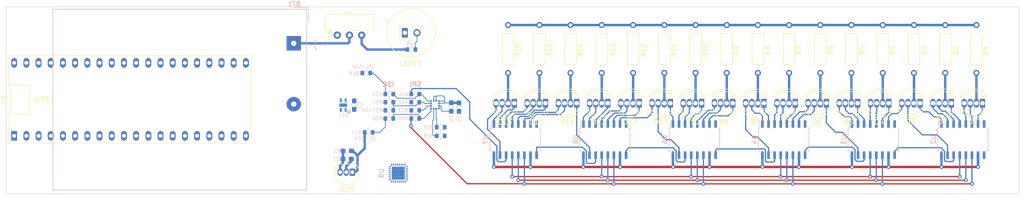
<source format=kicad_pcb>
(kicad_pcb (version 20171130) (host pcbnew "(5.1.12)-1")
  (layers (0 F.Cu signal) (31 B.Cu signal) (34 B.Paste user) (35 F.Paste user) (36 B.SilkS user) (37 F.SilkS user) (38 B.Mask user) (39 F.Mask user) (44 Edge.Cuts user))
  (net 0 "")
  (net 1 GND)
  (net 2 +4V)
  (net 3 "Net-(D1-Pad1)")
  (net 4 "Net-(D1-Pad2)")
  (net 5 "Net-(D1-Pad3)")
  (net 6 "Net-(D1-Pad4)")
  (net 7 "Net-(D2-Pad1)")
  (net 8 "Net-(D2-Pad2)")
  (net 9 "Net-(D2-Pad3)")
  (net 10 "Net-(D2-Pad4)")
  (net 11 "Net-(D3-Pad1)")
  (net 12 "Net-(D3-Pad2)")
  (net 13 "Net-(D3-Pad3)")
  (net 14 "Net-(D3-Pad4)")
  (net 15 "Net-(D4-Pad1)")
  (net 16 "Net-(D4-Pad2)")
  (net 17 "Net-(D4-Pad3)")
  (net 18 "Net-(D4-Pad4)")
  (net 19 "Net-(D5-Pad1)")
  (net 20 "Net-(D5-Pad2)")
  (net 21 "Net-(D5-Pad3)")
  (net 22 "Net-(D5-Pad4)")
  (net 23 "Net-(D6-Pad1)")
  (net 24 "Net-(D6-Pad2)")
  (net 25 "Net-(D6-Pad3)")
  (net 26 "Net-(D6-Pad4)")
  (net 27 "Net-(D7-Pad1)")
  (net 28 "Net-(D7-Pad2)")
  (net 29 "Net-(D7-Pad3)")
  (net 30 "Net-(D7-Pad4)")
  (net 31 "Net-(D8-Pad1)")
  (net 32 "Net-(D8-Pad2)")
  (net 33 "Net-(D8-Pad3)")
  (net 34 "Net-(D8-Pad4)")
  (net 35 "Net-(D9-Pad1)")
  (net 36 "Net-(D9-Pad2)")
  (net 37 "Net-(D9-Pad3)")
  (net 38 "Net-(D9-Pad4)")
  (net 39 "Net-(D10-Pad1)")
  (net 40 "Net-(D10-Pad2)")
  (net 41 "Net-(D10-Pad3)")
  (net 42 "Net-(D10-Pad4)")
  (net 43 "Net-(D11-Pad1)")
  (net 44 "Net-(D11-Pad2)")
  (net 45 "Net-(D11-Pad3)")
  (net 46 "Net-(D11-Pad4)")
  (net 47 "Net-(D12-Pad1)")
  (net 48 "Net-(D12-Pad2)")
  (net 49 "Net-(D12-Pad3)")
  (net 50 "Net-(D12-Pad4)")
  (net 51 "Net-(D13-Pad1)")
  (net 52 "Net-(D13-Pad2)")
  (net 53 "Net-(D13-Pad3)")
  (net 54 "Net-(D13-Pad4)")
  (net 55 "Net-(D14-Pad1)")
  (net 56 "Net-(D14-Pad2)")
  (net 57 "Net-(D14-Pad3)")
  (net 58 "Net-(D14-Pad4)")
  (net 59 "Net-(D15-Pad1)")
  (net 60 "Net-(D15-Pad2)")
  (net 61 "Net-(D15-Pad3)")
  (net 62 "Net-(D15-Pad4)")
  (net 63 "Net-(D16-Pad1)")
  (net 64 "Net-(D16-Pad2)")
  (net 65 "Net-(D16-Pad3)")
  (net 66 "Net-(D16-Pad4)")
  (net 67 MOSI)
  (net 68 SCK)
  (net 69 +3V3)
  (net 70 "Net-(U2-Pad14)")
  (net 71 ~LED-OE)
  (net 72 DISPLAY-CLK)
  (net 73 "Net-(U3-Pad14)")
  (net 74 "Net-(U4-Pad14)")
  (net 75 "Net-(U5-Pad14)")
  (net 76 "Net-(U6-Pad14)")
  (net 77 "/Humi - Temp Sensor/Vtemp-Analog")
  (net 78 "Net-(LED11-Pad2)")
  (net 79 I2C-SCK)
  (net 80 I2C-SDA)
  (net 81 "Net-(R20-Pad2)")
  (net 82 "Net-(R21-Pad2)")
  (net 83 "Net-(R22-Pad2)")
  (net 84 MISO)
  (net 85 "Net-(R23-Pad2)")
  (net 86 /Accelerometer/INT1)
  (net 87 /Accelerometer/INT2)
  (module 74_LIS2DE12TR:LIS2DE12TR (layer B.Cu) (at 159.31 40.42)
    (fp_text reference U12 (at -1.81 0.1 270) (layer B.SilkS) (effects (font (size 0.7 0.7) (thickness 0.07)) (justify mirror)))
    (fp_text value LIS2DE12TR)
    (pad 1 smd rect (at -0.8509 0.750001 270) (size 0.3556 0.381) (layers B.Cu B.Paste B.Mask) (net 81 "Net-(R20-Pad2)"))
    (pad 2 smd rect (at -0.8509 0.25 270) (size 0.3556 0.381) (layers B.Cu B.Paste B.Mask) (net 85 "Net-(R23-Pad2)"))
    (pad 3 smd rect (at -0.8509 -0.25 270) (size 0.3556 0.381) (layers B.Cu B.Paste B.Mask) (net 83 "Net-(R22-Pad2)"))
    (pad 4 smd rect (at -0.8509 -0.750001 270) (size 0.3556 0.381) (layers B.Cu B.Paste B.Mask) (net 82 "Net-(R21-Pad2)"))
    (pad 5 smd rect (at -0.25 -0.8509) (size 0.3556 0.381) (layers B.Cu B.Paste B.Mask) (net 1 GND))
    (pad 6 smd rect (at 0.25 -0.8509) (size 0.3556 0.381) (layers B.Cu B.Paste B.Mask) (net 1 GND))
    (pad 7 smd rect (at 0.8509 -0.750001 270) (size 0.3556 0.381) (layers B.Cu B.Paste B.Mask) (net 1 GND))
    (pad 8 smd rect (at 0.8509 -0.25 270) (size 0.3556 0.381) (layers B.Cu B.Paste B.Mask) (net 1 GND))
    (pad 9 smd rect (at 0.8509 0.25 270) (size 0.3556 0.381) (layers B.Cu B.Paste B.Mask) (net 69 +3V3))
    (pad 10 smd rect (at 0.8509 0.750001 270) (size 0.3556 0.381) (layers B.Cu B.Paste B.Mask) (net 69 +3V3))
    (pad 11 smd rect (at 0.25 0.8509) (size 0.3556 0.381) (layers B.Cu B.Paste B.Mask) (net 87 /Accelerometer/INT2))
    (pad 12 smd rect (at -0.25 0.8509) (size 0.3556 0.381) (layers B.Cu B.Paste B.Mask) (net 86 /Accelerometer/INT1))
  )
  (module 74_eduardo_aaron:SHTC1Humidity_temp_footprint (layer B.Cu) (at 140.2 40.5 90)
    (fp_text reference U11 (at -2.1 0) (layer B.SilkS) (effects (font (size 0.7 0.7) (thickness 0.07)) (justify mirror)))
    (fp_text value SHT40-AD1B-R3 hide)
    (pad 5 smd rect (at 0 0 90) (size 0.7 1.6) (layers B.Cu B.Paste B.Mask))
    (pad 4 smd rect (at 1 0.5) (size 0.4 0.8) (layers B.Cu B.Paste B.Mask) (net 1 GND))
    (pad 3 smd rect (at 1 -0.5) (size 0.4 0.8) (layers B.Cu B.Paste B.Mask) (net 80 I2C-SDA))
    (pad 2 smd rect (at -1 -0.5) (size 0.4 0.8) (layers B.Cu B.Paste B.Mask) (net 79 I2C-SCK))
    (pad 1 smd rect (at -1 0.5) (size 0.4 0.8) (layers B.Cu B.Paste B.Mask) (net 69 +3V3))
  )
  (module 74_mehdi:TO-92L_Inline (layer F.Cu) (at 142.1 54.5 180)
    (fp_text reference U10 (at 1.19 -3.56) (layer F.SilkS))
    (fp_text value LM35-LP)
    (pad 1 thru_hole rect (at 0 0 180) (size 1.07 1.5) (drill 0.75) (layers *.Cu *.Mask) (net 69 +3V3))
    (pad 3 thru_hole oval (at 2.54 0 180) (size 1.07 1.5) (drill 0.75) (layers *.Cu *.Mask) (net 1 GND))
    (pad 2 thru_hole oval (at 1.27 0 180) (size 1.07 1.5) (drill 0.75) (layers *.Cu *.Mask) (net 77 "/Humi - Temp Sensor/Vtemp-Analog"))
  )
  (module 74_Kevin:Bluetooth_IC_IS1871SF-202-TRAY (layer B.Cu) (at 151.67 54.71 270)
    (fp_text reference U9 (at 0 3.5 90) (layer B.SilkS) (effects (justify mirror)))
    (fp_text value IS1871SF)
    (pad 33 smd rect (at 1.0125 -1.0125 270) (size 0.675 0.675) (layers B.Cu B.Paste B.Mask))
    (pad 33 smd rect (at 1.0125 -0.3375 270) (size 0.675 0.675) (layers B.Cu B.Paste B.Mask))
    (pad 33 smd rect (at 1.0125 0.3375 270) (size 0.675 0.675) (layers B.Cu B.Paste B.Mask))
    (pad 33 smd rect (at 1.0125 1.0125 270) (size 0.675 0.675) (layers B.Cu B.Paste B.Mask))
    (pad 33 smd rect (at 0.3375 -1.0125 270) (size 0.675 0.675) (layers B.Cu B.Paste B.Mask))
    (pad 33 smd rect (at 0.3375 -0.3375 270) (size 0.675 0.675) (layers B.Cu B.Paste B.Mask))
    (pad 33 smd rect (at 0.3375 0.3375 270) (size 0.675 0.675) (layers B.Cu B.Paste B.Mask))
    (pad 33 smd rect (at 0.3375 1.0125 270) (size 0.675 0.675) (layers B.Cu B.Paste B.Mask))
    (pad 33 smd rect (at -0.3375 -1.0125 270) (size 0.675 0.675) (layers B.Cu B.Paste B.Mask))
    (pad 33 smd rect (at -0.3375 -0.3375 270) (size 0.675 0.675) (layers B.Cu B.Paste B.Mask))
    (pad 33 smd rect (at -0.3375 0.3375 270) (size 0.675 0.675) (layers B.Cu B.Paste B.Mask))
    (pad 33 smd rect (at -0.3375 1.0125 270) (size 0.675 0.675) (layers B.Cu B.Paste B.Mask))
    (pad 33 smd rect (at -1.0125 -1.0125 270) (size 0.675 0.675) (layers B.Cu B.Paste B.Mask))
    (pad 33 smd rect (at -1.0125 -0.3375 270) (size 0.675 0.675) (layers B.Cu B.Paste B.Mask))
    (pad 33 smd rect (at -1.0125 0.3375 270) (size 0.675 0.675) (layers B.Cu B.Paste B.Mask))
    (pad 33 smd rect (at -1.0125 1.0125 270) (size 0.675 0.675) (layers B.Cu B.Paste B.Mask))
    (pad 32 smd rect (at -1.4 1.775 270) (size 0.2 0.45) (layers B.Cu B.Paste B.Mask))
    (pad 31 smd rect (at -1 1.775 270) (size 0.2 0.45) (layers B.Cu B.Paste B.Mask))
    (pad 30 smd rect (at -0.6 1.775 270) (size 0.2 0.45) (layers B.Cu B.Paste B.Mask))
    (pad 29 smd rect (at -0.2 1.775 270) (size 0.2 0.45) (layers B.Cu B.Paste B.Mask))
    (pad 28 smd rect (at 0.2 1.775 270) (size 0.2 0.45) (layers B.Cu B.Paste B.Mask))
    (pad 27 smd rect (at 0.6 1.775 270) (size 0.2 0.45) (layers B.Cu B.Paste B.Mask))
    (pad 26 smd rect (at 1 1.775 270) (size 0.2 0.45) (layers B.Cu B.Paste B.Mask))
    (pad 25 smd rect (at 1.4 1.775 270) (size 0.2 0.45) (layers B.Cu B.Paste B.Mask))
    (pad 24 smd rect (at 1.775 1.4 180) (size 0.2 0.45) (layers B.Cu B.Paste B.Mask))
    (pad 23 smd rect (at 1.775 1 180) (size 0.2 0.45) (layers B.Cu B.Paste B.Mask))
    (pad 22 smd rect (at 1.775 0.6 180) (size 0.2 0.45) (layers B.Cu B.Paste B.Mask))
    (pad 21 smd rect (at 1.775 0.2 180) (size 0.2 0.45) (layers B.Cu B.Paste B.Mask))
    (pad 20 smd rect (at 1.775 -0.2 180) (size 0.2 0.45) (layers B.Cu B.Paste B.Mask))
    (pad 19 smd rect (at 1.775 -0.6 180) (size 0.2 0.45) (layers B.Cu B.Paste B.Mask))
    (pad 18 smd rect (at 1.775 -1 180) (size 0.2 0.45) (layers B.Cu B.Paste B.Mask))
    (pad 17 smd rect (at 1.775 -1.4 180) (size 0.2 0.45) (layers B.Cu B.Paste B.Mask))
    (pad 16 smd rect (at 1.4 -1.775 270) (size 0.2 0.45) (layers B.Cu B.Paste B.Mask))
    (pad 15 smd rect (at 1 -1.775 270) (size 0.2 0.45) (layers B.Cu B.Paste B.Mask))
    (pad 14 smd rect (at 0.6 -1.775 270) (size 0.2 0.45) (layers B.Cu B.Paste B.Mask))
    (pad 13 smd rect (at 0.2 -1.775 270) (size 0.2 0.45) (layers B.Cu B.Paste B.Mask))
    (pad 12 smd rect (at -0.2 -1.775 270) (size 0.2 0.45) (layers B.Cu B.Paste B.Mask))
    (pad 11 smd rect (at -0.6 -1.775 270) (size 0.2 0.45) (layers B.Cu B.Paste B.Mask))
    (pad 10 smd rect (at -1 -1.775 270) (size 0.2 0.45) (layers B.Cu B.Paste B.Mask))
    (pad 9 smd rect (at -1.4 -1.775 270) (size 0.2 0.45) (layers B.Cu B.Paste B.Mask))
    (pad 8 smd rect (at -1.775 -1.4 180) (size 0.2 0.45) (layers B.Cu B.Paste B.Mask))
    (pad 7 smd rect (at -1.775 -1 180) (size 0.2 0.45) (layers B.Cu B.Paste B.Mask))
    (pad 6 smd rect (at -1.775 -0.6 180) (size 0.2 0.45) (layers B.Cu B.Paste B.Mask))
    (pad 5 smd rect (at -1.775 -0.2 180) (size 0.2 0.45) (layers B.Cu B.Paste B.Mask))
    (pad 4 smd rect (at -1.775 0.2 180) (size 0.2 0.45) (layers B.Cu B.Paste B.Mask))
    (pad 3 smd rect (at -1.775 0.6 180) (size 0.2 0.45) (layers B.Cu B.Paste B.Mask))
    (pad 2 smd rect (at -1.775 1 180) (size 0.2 0.45) (layers B.Cu B.Paste B.Mask))
    (pad 1 smd rect (at -1.775 1.4 180) (size 0.2 0.45) (layers B.Cu B.Paste B.Mask))
  )
  (module a_pontech:PLP-000201 (layer F.Cu) (at 141.5 25.9)
    (fp_text reference U8 (at -4.064 -0.254 90) (layer F.SilkS) (effects (font (size 0.7 0.7))))
    (fp_text value PLP-000201)
    (pad 1 thru_hole circle (at 2.54 0) (size 1.524 1.524) (drill 0.75) (layers *.Cu *.Mask) (net 1 GND))
    (pad 3 thru_hole circle (at -2.54 0) (size 1.524 1.524) (drill 0.75) (layers *.Cu *.Mask))
    (pad 2 thru_hole circle (at 0 0) (size 1.524 1.524) (drill 0.75) (layers *.Cu *.Mask) (net 2 +4V))
  )
  (module a_pontech:R_0603_1608Metric (layer B.Cu) (at 160.51 45.12 180)
    (fp_text reference R29 (at 2.5 0) (layer B.SilkS) (effects (font (size 0.7 0.7) (thickness 0.07)) (justify mirror)))
    (fp_text value PLP-000029)
    (pad 2 smd roundrect (at 0.825 0 180) (size 0.8 0.95) (layers B.Cu B.Paste B.Mask) (net 87 /Accelerometer/INT2))
    (pad 1 smd roundrect (at -0.825 0 180) (size 0.8 0.95) (layers B.Cu B.Paste B.Mask) (net 69 +3V3))
  )
  (module a_pontech:R_0603_1608Metric (layer B.Cu) (at 160.51 46.92 180)
    (fp_text reference R28 (at 2.5 0) (layer B.SilkS) (effects (font (size 0.7 0.7) (thickness 0.07)) (justify mirror)))
    (fp_text value PLP-000029)
    (pad 2 smd roundrect (at 0.825 0 180) (size 0.8 0.95) (layers B.Cu B.Paste B.Mask) (net 86 /Accelerometer/INT1))
    (pad 1 smd roundrect (at -0.825 0 180) (size 0.8 0.95) (layers B.Cu B.Paste B.Mask) (net 69 +3V3))
  )
  (module a_pontech:R_0603_1608Metric (layer B.Cu) (at 149.8 41.6)
    (fp_text reference R27 (at -2.5 0) (layer B.SilkS) (effects (font (size 0.7 0.7) (thickness 0.07)) (justify mirror)))
    (fp_text value PLP-000029)
    (pad 2 smd roundrect (at 0.825 0) (size 0.8 0.95) (layers B.Cu B.Paste B.Mask) (net 83 "Net-(R22-Pad2)"))
    (pad 1 smd roundrect (at -0.825 0) (size 0.8 0.95) (layers B.Cu B.Paste B.Mask) (net 69 +3V3))
  )
  (module a_pontech:R_0603_1608Metric (layer B.Cu) (at 149.8 43.3)
    (fp_text reference R26 (at -2.5 0) (layer B.SilkS) (effects (font (size 0.7 0.7) (thickness 0.07)) (justify mirror)))
    (fp_text value PLP-000091)
    (pad 2 smd roundrect (at 0.825 0) (size 0.8 0.95) (layers B.Cu B.Paste B.Mask) (net 81 "Net-(R20-Pad2)"))
    (pad 1 smd roundrect (at -0.825 0) (size 0.8 0.95) (layers B.Cu B.Paste B.Mask) (net 79 I2C-SCK))
  )
  (module a_pontech:R_0603_1608Metric (layer B.Cu) (at 149.8 38.2)
    (fp_text reference R25 (at -2.5 0.1) (layer B.SilkS) (effects (font (size 0.7 0.7) (thickness 0.07)) (justify mirror)))
    (fp_text value PLP-000091)
    (pad 2 smd roundrect (at 0.825 0) (size 0.8 0.95) (layers B.Cu B.Paste B.Mask) (net 82 "Net-(R21-Pad2)"))
    (pad 1 smd roundrect (at -0.825 0) (size 0.8 0.95) (layers B.Cu B.Paste B.Mask) (net 80 I2C-SDA))
  )
  (module a_pontech:R_0603_1608Metric (layer B.Cu) (at 149.8 39.9)
    (fp_text reference R24 (at -2.5 0) (layer B.SilkS) (effects (font (size 0.7 0.7) (thickness 0.07)) (justify mirror)))
    (fp_text value PLP-000091)
    (pad 2 smd roundrect (at 0.825 0) (size 0.8 0.95) (layers B.Cu B.Paste B.Mask) (net 83 "Net-(R22-Pad2)"))
    (pad 1 smd roundrect (at -0.825 0) (size 0.8 0.95) (layers B.Cu B.Paste B.Mask))
  )
  (module a_pontech:R_0603_1608Metric (layer B.Cu) (at 155.2 41.6)
    (fp_text reference R23 (at -2.5 0) (layer B.SilkS) (effects (font (size 0.7 0.7) (thickness 0.07)) (justify mirror)))
    (fp_text value PLP-000091)
    (pad 2 smd roundrect (at 0.825 0) (size 0.8 0.95) (layers B.Cu B.Paste B.Mask) (net 85 "Net-(R23-Pad2)"))
    (pad 1 smd roundrect (at -0.825 0) (size 0.8 0.95) (layers B.Cu B.Paste B.Mask))
  )
  (module a_pontech:R_0603_1608Metric (layer B.Cu) (at 155.2 39.9)
    (fp_text reference R22 (at -2.5 0) (layer B.SilkS) (effects (font (size 0.7 0.7) (thickness 0.07)) (justify mirror)))
    (fp_text value PLP-000091)
    (pad 2 smd roundrect (at 0.825 0) (size 0.8 0.95) (layers B.Cu B.Paste B.Mask) (net 83 "Net-(R22-Pad2)"))
    (pad 1 smd roundrect (at -0.825 0) (size 0.8 0.95) (layers B.Cu B.Paste B.Mask) (net 84 MISO))
  )
  (module a_pontech:R_0603_1608Metric (layer B.Cu) (at 155.2 38.2)
    (fp_text reference R21 (at -2.5 0.1) (layer B.SilkS) (effects (font (size 0.7 0.7) (thickness 0.07)) (justify mirror)))
    (fp_text value PLP-000091)
    (pad 2 smd roundrect (at 0.825 0) (size 0.8 0.95) (layers B.Cu B.Paste B.Mask) (net 82 "Net-(R21-Pad2)"))
    (pad 1 smd roundrect (at -0.825 0) (size 0.8 0.95) (layers B.Cu B.Paste B.Mask) (net 67 MOSI))
  )
  (module a_pontech:R_0603_1608Metric (layer B.Cu) (at 155.2 43.3)
    (fp_text reference R20 (at -2.5 0) (layer B.SilkS) (effects (font (size 0.7 0.7) (thickness 0.07)) (justify mirror)))
    (fp_text value PLP-000091)
    (pad 2 smd roundrect (at 0.825 0) (size 0.8 0.95) (layers B.Cu B.Paste B.Mask) (net 81 "Net-(R20-Pad2)"))
    (pad 1 smd roundrect (at -0.825 0) (size 0.8 0.95) (layers B.Cu B.Paste B.Mask) (net 68 SCK))
  )
  (module a_pontech:R_0603_1608Metric (layer B.Cu) (at 154.4 28.9 180)
    (fp_text reference R19 (at 0 1.15) (layer B.SilkS) (effects (font (size 0.7 0.7) (thickness 0.07)) (justify mirror)))
    (fp_text value PLP-000031)
    (pad 2 smd roundrect (at 0.825 0 180) (size 0.8 0.95) (layers B.Cu B.Paste B.Mask) (net 1 GND))
    (pad 1 smd roundrect (at -0.825 0 180) (size 0.8 0.95) (layers B.Cu B.Paste B.Mask) (net 78 "Net-(LED11-Pad2)"))
  )
  (module a_pontech:R_0603_1608Metric (layer B.Cu) (at 145 33.8)
    (fp_text reference R18 (at -2.5 0.1) (layer B.SilkS) (effects (font (size 0.7 0.7) (thickness 0.07)) (justify mirror)))
    (fp_text value PLP-000270)
    (pad 2 smd roundrect (at 0.825 0) (size 0.8 0.95) (layers B.Cu B.Paste B.Mask) (net 80 I2C-SDA))
    (pad 1 smd roundrect (at -0.825 0) (size 0.8 0.95) (layers B.Cu B.Paste B.Mask) (net 69 +3V3))
  )
  (module a_pontech:R_0603_1608Metric (layer B.Cu) (at 145.5 46.2)
    (fp_text reference R17 (at -2.5 0.1) (layer B.SilkS) (effects (font (size 0.7 0.7) (thickness 0.07)) (justify mirror)))
    (fp_text value PLP-000270)
    (pad 2 smd roundrect (at 0.825 0) (size 0.8 0.95) (layers B.Cu B.Paste B.Mask) (net 79 I2C-SCK))
    (pad 1 smd roundrect (at -0.825 0) (size 0.8 0.95) (layers B.Cu B.Paste B.Mask) (net 69 +3V3))
  )
  (module 74_ClassProj_IRFootprint:IR1503 (layer F.Cu) (at 154.3 25.4)
    (fp_text reference LED11 (at 0 6.35) (layer F.SilkS))
    (fp_text value IRLED1503)
    (fp_text user + (at -5.08 -2.54) (layer F.SilkS))
    (pad 2 thru_hole circle (at 1.27 0) (size 1.5 1.5) (drill 0.9) (layers *.Cu *.Mask) (net 78 "Net-(LED11-Pad2)"))
    (pad 1 thru_hole rect (at -1.27 0) (size 1.2 2) (drill 0.9) (layers *.Cu *.Mask))
  )
  (module a_pontech:CAP-NON-POLAR-0603 (layer B.Cu) (at 164.31 40.92 90)
    (fp_text reference C5 (at -2.4 0 90) (layer B.SilkS) (effects (font (size 0.7 0.7) (thickness 0.07)) (justify mirror)))
    (fp_text value PLP-000409)
    (pad 1 smd roundrect (at -0.875 0 90) (size 1.05 0.95) (layers B.Cu B.Paste B.Mask) (net 69 +3V3))
    (pad 2 smd roundrect (at 0.875 0 90) (size 1.05 0.95) (layers B.Cu B.Paste B.Mask) (net 1 GND))
  )
  (module a_pontech:CAP-NON-POLAR-0603 (layer B.Cu) (at 162.71 40.895 90)
    (fp_text reference C4 (at -2.425 0 90) (layer B.SilkS) (effects (font (size 0.7 0.7) (thickness 0.07)) (justify mirror)))
    (fp_text value PLP-000068)
    (pad 1 smd roundrect (at -0.875 0 90) (size 1.05 0.95) (layers B.Cu B.Paste B.Mask) (net 69 +3V3))
    (pad 2 smd roundrect (at 0.875 0 90) (size 1.05 0.95) (layers B.Cu B.Paste B.Mask) (net 1 GND))
  )
  (module a_pontech:CAP-NON-POLAR-0603 (layer B.Cu) (at 142.5 40.5 90)
    (fp_text reference C3 (at 0 1.15 90) (layer B.SilkS) (effects (font (size 0.7 0.7) (thickness 0.07)) (justify mirror)))
    (fp_text value PLP-000068)
    (pad 1 smd roundrect (at -0.875 0 90) (size 1.05 0.95) (layers B.Cu B.Paste B.Mask) (net 69 +3V3))
    (pad 2 smd roundrect (at 0.875 0 90) (size 1.05 0.95) (layers B.Cu B.Paste B.Mask) (net 1 GND))
  )
  (module a_pontech:CAP-NON-POLAR-0603 (layer B.Cu) (at 141.02 51.74 180)
    (fp_text reference C2 (at 2.29 0.03) (layer B.SilkS) (effects (font (size 0.7 0.7) (thickness 0.07)) (justify mirror)))
    (fp_text value PLP-000068)
    (pad 1 smd roundrect (at -0.875 0 180) (size 1.05 0.95) (layers B.Cu B.Paste B.Mask) (net 77 "/Humi - Temp Sensor/Vtemp-Analog"))
    (pad 2 smd roundrect (at 0.875 0 180) (size 1.05 0.95) (layers B.Cu B.Paste B.Mask) (net 1 GND))
  )
  (module a_pontech:CAP-NON-POLAR-0603 (layer B.Cu) (at 141.04 50.05 180)
    (fp_text reference C1 (at 2.27 -0.01) (layer B.SilkS) (effects (font (size 0.7 0.7) (thickness 0.07)) (justify mirror)))
    (fp_text value PLP-000068)
    (pad 1 smd roundrect (at -0.875 0 180) (size 1.05 0.95) (layers B.Cu B.Paste B.Mask) (net 69 +3V3))
    (pad 2 smd roundrect (at 0.875 0 180) (size 1.05 0.95) (layers B.Cu B.Paste B.Mask) (net 1 GND))
  )
  (module 74_jacob:R-0.25W-THRU (layer F.Cu) (at 174.5392 28.784 270)
    (fp_text reference R16 (at 0.26 -2.0828 90) (layer F.SilkS))
    (fp_text value R)
    (pad 2 thru_hole circle (at 5 0 270) (size 1.25 1.25) (drill 0.7) (layers *.Cu *.Mask) (net 64 "Net-(D16-Pad2)"))
    (pad 1 thru_hole circle (at -5 0 270) (size 1.25 1.25) (drill 0.7) (layers *.Cu *.Mask) (net 1 GND))
  )
  (module 74_jacob:R-0.25W-THRU (layer F.Cu) (at 181.067 28.784 270)
    (fp_text reference R15 (at 0.26 -2.159 90) (layer F.SilkS))
    (fp_text value R)
    (pad 2 thru_hole circle (at 5 0 270) (size 1.25 1.25) (drill 0.7) (layers *.Cu *.Mask) (net 60 "Net-(D15-Pad2)"))
    (pad 1 thru_hole circle (at -5 0 270) (size 1.25 1.25) (drill 0.7) (layers *.Cu *.Mask) (net 1 GND))
  )
  (module 74_jacob:R-0.25W-THRU (layer F.Cu) (at 187.544 28.784 270)
    (fp_text reference R14 (at 0.26 -2.032 90) (layer F.SilkS))
    (fp_text value R)
    (pad 2 thru_hole circle (at 5 0 270) (size 1.25 1.25) (drill 0.7) (layers *.Cu *.Mask) (net 56 "Net-(D14-Pad2)"))
    (pad 1 thru_hole circle (at -5 0 270) (size 1.25 1.25) (drill 0.7) (layers *.Cu *.Mask) (net 1 GND))
  )
  (module 74_jacob:R-0.25W-THRU (layer F.Cu) (at 194.0464 28.784 270)
    (fp_text reference R13 (at 0.26 -2.3876 90) (layer F.SilkS))
    (fp_text value R)
    (pad 2 thru_hole circle (at 5 0 270) (size 1.25 1.25) (drill 0.7) (layers *.Cu *.Mask) (net 52 "Net-(D13-Pad2)"))
    (pad 1 thru_hole circle (at -5 0 270) (size 1.25 1.25) (drill 0.7) (layers *.Cu *.Mask) (net 1 GND))
  )
  (module 74_jacob:R-0.25W-THRU (layer F.Cu) (at 200.5742 28.784 270)
    (fp_text reference R12 (at 0.26 -2.2098 90) (layer F.SilkS))
    (fp_text value R)
    (pad 2 thru_hole circle (at 5 0 270) (size 1.25 1.25) (drill 0.7) (layers *.Cu *.Mask) (net 48 "Net-(D12-Pad2)"))
    (pad 1 thru_hole circle (at -5 0 270) (size 1.25 1.25) (drill 0.7) (layers *.Cu *.Mask) (net 1 GND))
  )
  (module 74_jacob:R-0.25W-THRU (layer F.Cu) (at 207.0766 28.784 270)
    (fp_text reference R11 (at 0.26 -2.0574 90) (layer F.SilkS))
    (fp_text value R)
    (pad 2 thru_hole circle (at 5 0 270) (size 1.25 1.25) (drill 0.7) (layers *.Cu *.Mask) (net 44 "Net-(D11-Pad2)"))
    (pad 1 thru_hole circle (at -5 0 270) (size 1.25 1.25) (drill 0.7) (layers *.Cu *.Mask) (net 1 GND))
  )
  (module 74_jacob:R-0.25W-THRU (layer F.Cu) (at 213.579 28.784 270)
    (fp_text reference R10 (at 0.254 -2.159 90) (layer F.SilkS))
    (fp_text value R)
    (pad 2 thru_hole circle (at 5 0 270) (size 1.25 1.25) (drill 0.7) (layers *.Cu *.Mask) (net 40 "Net-(D10-Pad2)"))
    (pad 1 thru_hole circle (at -5 0 270) (size 1.25 1.25) (drill 0.7) (layers *.Cu *.Mask) (net 1 GND))
  )
  (module 74_jacob:R-0.25W-THRU (layer F.Cu) (at 220.0814 28.784 270)
    (fp_text reference R9 (at 0.26 -2.0066 90) (layer F.SilkS))
    (fp_text value R)
    (pad 2 thru_hole circle (at 5 0 270) (size 1.25 1.25) (drill 0.7) (layers *.Cu *.Mask) (net 36 "Net-(D9-Pad2)"))
    (pad 1 thru_hole circle (at -5 0 270) (size 1.25 1.25) (drill 0.7) (layers *.Cu *.Mask) (net 1 GND))
  )
  (module 74_jacob:R-0.25W-THRU (layer F.Cu) (at 226.5584 28.784 270)
    (fp_text reference R8 (at 0.26 -2.1336 90) (layer F.SilkS))
    (fp_text value R)
    (pad 2 thru_hole circle (at 5 0 270) (size 1.25 1.25) (drill 0.7) (layers *.Cu *.Mask) (net 32 "Net-(D8-Pad2)"))
    (pad 1 thru_hole circle (at -5 0 270) (size 1.25 1.25) (drill 0.7) (layers *.Cu *.Mask) (net 1 GND))
  )
  (module 74_jacob:R-0.25W-THRU (layer F.Cu) (at 233.0608 28.784 270)
    (fp_text reference R7 (at 0.26 -1.9812 90) (layer F.SilkS))
    (fp_text value R)
    (pad 2 thru_hole circle (at 5 0 270) (size 1.25 1.25) (drill 0.7) (layers *.Cu *.Mask) (net 28 "Net-(D7-Pad2)"))
    (pad 1 thru_hole circle (at -5 0 270) (size 1.25 1.25) (drill 0.7) (layers *.Cu *.Mask) (net 1 GND))
  )
  (module 74_jacob:R-0.25W-THRU (layer F.Cu) (at 239.5632 28.784 270)
    (fp_text reference R6 (at 0.26 -2.0828 90) (layer F.SilkS))
    (fp_text value R)
    (pad 2 thru_hole circle (at 5 0 270) (size 1.25 1.25) (drill 0.7) (layers *.Cu *.Mask) (net 24 "Net-(D6-Pad2)"))
    (pad 1 thru_hole circle (at -5 0 270) (size 1.25 1.25) (drill 0.7) (layers *.Cu *.Mask) (net 1 GND))
  )
  (module 74_jacob:R-0.25W-THRU (layer F.Cu) (at 246.0402 28.784 270)
    (fp_text reference R5 (at 0.26 -2.2098 90) (layer F.SilkS))
    (fp_text value R)
    (pad 2 thru_hole circle (at 5 0 270) (size 1.25 1.25) (drill 0.7) (layers *.Cu *.Mask) (net 20 "Net-(D5-Pad2)"))
    (pad 1 thru_hole circle (at -5 0 270) (size 1.25 1.25) (drill 0.7) (layers *.Cu *.Mask) (net 1 GND))
  )
  (module 74_jacob:R-0.25W-THRU (layer F.Cu) (at 252.568 28.784 270)
    (fp_text reference R4 (at 0.26 -2.032 90) (layer F.SilkS))
    (fp_text value R)
    (pad 2 thru_hole circle (at 5 0 270) (size 1.25 1.25) (drill 0.7) (layers *.Cu *.Mask) (net 16 "Net-(D4-Pad2)"))
    (pad 1 thru_hole circle (at -5 0 270) (size 1.25 1.25) (drill 0.7) (layers *.Cu *.Mask) (net 1 GND))
  )
  (module 74_jacob:R-0.25W-THRU (layer F.Cu) (at 259.0704 28.784 270)
    (fp_text reference R3 (at 0.26 -2.1336 90) (layer F.SilkS))
    (fp_text value R)
    (pad 2 thru_hole circle (at 5 0 270) (size 1.25 1.25) (drill 0.7) (layers *.Cu *.Mask) (net 12 "Net-(D3-Pad2)"))
    (pad 1 thru_hole circle (at -5 0 270) (size 1.25 1.25) (drill 0.7) (layers *.Cu *.Mask) (net 1 GND))
  )
  (module 74_jacob:R-0.25W-THRU (layer F.Cu) (at 265.5728 28.784 270)
    (fp_text reference R2 (at 0.26 -2.2352 90) (layer F.SilkS))
    (fp_text value R)
    (pad 2 thru_hole circle (at 5 0 270) (size 1.25 1.25) (drill 0.7) (layers *.Cu *.Mask) (net 8 "Net-(D2-Pad2)"))
    (pad 1 thru_hole circle (at -5 0 270) (size 1.25 1.25) (drill 0.7) (layers *.Cu *.Mask) (net 1 GND))
  )
  (module 74_jacob:R-0.25W-THRU (layer F.Cu) (at 272.0752 28.784 270)
    (fp_text reference R1 (at 0.26 -2.0828 90) (layer F.SilkS))
    (fp_text value R)
    (pad 2 thru_hole circle (at 5 0 270) (size 1.25 1.25) (drill 0.7) (layers *.Cu *.Mask) (net 4 "Net-(D1-Pad2)"))
    (pad 1 thru_hole circle (at -5 0 270) (size 1.25 1.25) (drill 0.7) (layers *.Cu *.Mask) (net 1 GND))
  )
  (module 74_jacob:BatteryHolder_Keystone_2479_3xAAA (layer B.Cu) (at 129.9 27.6 180)
    (fp_text reference BT1 (at -0.09 8.195) (layer B.SilkS) (effects (justify mirror)))
    (fp_text value AAA-3x-Battery-Pack)
    (fp_text user + (at -4.5 -0.05) (layer B.SilkS) (effects (font (size 3 3)) (justify mirror)))
    (pad "" np_thru_hole circle (at 23.72 -23.5 180) (size 3.45 3.45) (drill 3.45) (layers *.Cu *.Mask))
    (pad "" np_thru_hole circle (at 23.72 0 180) (size 3.45 3.45) (drill 3.45) (layers *.Cu *.Mask))
    (pad 2 thru_hole circle (at 0 -12.7 180) (size 3 3) (drill 1.1) (layers *.Cu *.Mask) (net 1 GND))
    (pad 1 thru_hole rect (at 0 0 180) (size 3 3) (drill 1.1) (layers *.Cu *.Mask) (net 2 +4V))
  )
  (module 74_jacob:SOIC-16_4.55x10.3mm_P1.27mm (layer B.Cu) (at 176.03 47.7 270)
    (fp_text reference U7 (at 0 6.1 90) (layer B.SilkS) (effects (justify mirror)))
    (fp_text value 74HC595)
    (pad 16 smd roundrect (at 3.25 4.445 270) (size 1.6 0.55) (layers B.Cu B.Paste B.Mask) (net 2 +4V))
    (pad 15 smd roundrect (at 3.25 3.175 270) (size 1.6 0.55) (layers B.Cu B.Paste B.Mask) (net 66 "Net-(D16-Pad4)"))
    (pad 14 smd roundrect (at 3.25 1.905 270) (size 1.6 0.55) (layers B.Cu B.Paste B.Mask) (net 67 MOSI))
    (pad 13 smd roundrect (at 3.25 0.635 270) (size 1.6 0.55) (layers B.Cu B.Paste B.Mask) (net 71 ~LED-OE))
    (pad 12 smd roundrect (at 3.25 -0.635 270) (size 1.6 0.55) (layers B.Cu B.Paste B.Mask) (net 72 DISPLAY-CLK))
    (pad 11 smd roundrect (at 3.25 -1.905 270) (size 1.6 0.55) (layers B.Cu B.Paste B.Mask) (net 68 SCK))
    (pad 10 smd roundrect (at 3.25 -3.175 270) (size 1.6 0.55) (layers B.Cu B.Paste B.Mask) (net 2 +4V))
    (pad 9 smd roundrect (at 3.25 -4.445 270) (size 1.6 0.55) (layers B.Cu B.Paste B.Mask) (net 76 "Net-(U6-Pad14)"))
    (pad 8 smd roundrect (at -3.25 -4.445 270) (size 1.6 0.55) (layers B.Cu B.Paste B.Mask) (net 1 GND))
    (pad 7 smd roundrect (at -3.25 -3.175 270) (size 1.6 0.55) (layers B.Cu B.Paste B.Mask) (net 57 "Net-(D14-Pad3)"))
    (pad 6 smd roundrect (at -3.25 -1.905 270) (size 1.6 0.55) (layers B.Cu B.Paste B.Mask) (net 58 "Net-(D14-Pad4)"))
    (pad 5 smd roundrect (at -3.25 -0.635 270) (size 1.6 0.55) (layers B.Cu B.Paste B.Mask) (net 59 "Net-(D15-Pad1)"))
    (pad 4 smd roundrect (at -3.25 0.635 270) (size 1.6 0.55) (layers B.Cu B.Paste B.Mask) (net 61 "Net-(D15-Pad3)"))
    (pad 3 smd roundrect (at -3.25 1.905 270) (size 1.6 0.55) (layers B.Cu B.Paste B.Mask) (net 62 "Net-(D15-Pad4)"))
    (pad 2 smd roundrect (at -3.25 3.175 270) (size 1.6 0.55) (layers B.Cu B.Paste B.Mask) (net 63 "Net-(D16-Pad1)"))
    (pad 1 smd roundrect (at -3.25 4.445 270) (size 1.6 0.55) (layers B.Cu B.Paste B.Mask) (net 65 "Net-(D16-Pad3)"))
  )
  (module 74_jacob:SOIC-16_4.55x10.3mm_P1.27mm (layer B.Cu) (at 194.67 47.7 270)
    (fp_text reference U6 (at 0 6.1 90) (layer B.SilkS) (effects (justify mirror)))
    (fp_text value 74HC595)
    (pad 16 smd roundrect (at 3.25 4.445 270) (size 1.6 0.55) (layers B.Cu B.Paste B.Mask) (net 2 +4V))
    (pad 15 smd roundrect (at 3.25 3.175 270) (size 1.6 0.55) (layers B.Cu B.Paste B.Mask) (net 55 "Net-(D14-Pad1)"))
    (pad 14 smd roundrect (at 3.25 1.905 270) (size 1.6 0.55) (layers B.Cu B.Paste B.Mask) (net 76 "Net-(U6-Pad14)"))
    (pad 13 smd roundrect (at 3.25 0.635 270) (size 1.6 0.55) (layers B.Cu B.Paste B.Mask) (net 71 ~LED-OE))
    (pad 12 smd roundrect (at 3.25 -0.635 270) (size 1.6 0.55) (layers B.Cu B.Paste B.Mask) (net 72 DISPLAY-CLK))
    (pad 11 smd roundrect (at 3.25 -1.905 270) (size 1.6 0.55) (layers B.Cu B.Paste B.Mask) (net 68 SCK))
    (pad 10 smd roundrect (at 3.25 -3.175 270) (size 1.6 0.55) (layers B.Cu B.Paste B.Mask) (net 2 +4V))
    (pad 9 smd roundrect (at 3.25 -4.445 270) (size 1.6 0.55) (layers B.Cu B.Paste B.Mask) (net 75 "Net-(U5-Pad14)"))
    (pad 8 smd roundrect (at -3.25 -4.445 270) (size 1.6 0.55) (layers B.Cu B.Paste B.Mask) (net 1 GND))
    (pad 7 smd roundrect (at -3.25 -3.175 270) (size 1.6 0.55) (layers B.Cu B.Paste B.Mask) (net 46 "Net-(D11-Pad4)"))
    (pad 6 smd roundrect (at -3.25 -1.905 270) (size 1.6 0.55) (layers B.Cu B.Paste B.Mask) (net 47 "Net-(D12-Pad1)"))
    (pad 5 smd roundrect (at -3.25 -0.635 270) (size 1.6 0.55) (layers B.Cu B.Paste B.Mask) (net 49 "Net-(D12-Pad3)"))
    (pad 4 smd roundrect (at -3.25 0.635 270) (size 1.6 0.55) (layers B.Cu B.Paste B.Mask) (net 50 "Net-(D12-Pad4)"))
    (pad 3 smd roundrect (at -3.25 1.905 270) (size 1.6 0.55) (layers B.Cu B.Paste B.Mask) (net 51 "Net-(D13-Pad1)"))
    (pad 2 smd roundrect (at -3.25 3.175 270) (size 1.6 0.55) (layers B.Cu B.Paste B.Mask) (net 53 "Net-(D13-Pad3)"))
    (pad 1 smd roundrect (at -3.25 4.445 270) (size 1.6 0.55) (layers B.Cu B.Paste B.Mask) (net 54 "Net-(D13-Pad4)"))
  )
  (module 74_jacob:SOIC-16_4.55x10.3mm_P1.27mm (layer B.Cu) (at 213.31 47.7 270)
    (fp_text reference U5 (at 0 6.1 90) (layer B.SilkS) (effects (justify mirror)))
    (fp_text value 74HC595)
    (pad 16 smd roundrect (at 3.25 4.445 270) (size 1.6 0.55) (layers B.Cu B.Paste B.Mask) (net 2 +4V))
    (pad 15 smd roundrect (at 3.25 3.175 270) (size 1.6 0.55) (layers B.Cu B.Paste B.Mask) (net 45 "Net-(D11-Pad3)"))
    (pad 14 smd roundrect (at 3.25 1.905 270) (size 1.6 0.55) (layers B.Cu B.Paste B.Mask) (net 75 "Net-(U5-Pad14)"))
    (pad 13 smd roundrect (at 3.25 0.635 270) (size 1.6 0.55) (layers B.Cu B.Paste B.Mask) (net 71 ~LED-OE))
    (pad 12 smd roundrect (at 3.25 -0.635 270) (size 1.6 0.55) (layers B.Cu B.Paste B.Mask) (net 72 DISPLAY-CLK))
    (pad 11 smd roundrect (at 3.25 -1.905 270) (size 1.6 0.55) (layers B.Cu B.Paste B.Mask) (net 68 SCK))
    (pad 10 smd roundrect (at 3.25 -3.175 270) (size 1.6 0.55) (layers B.Cu B.Paste B.Mask) (net 2 +4V))
    (pad 9 smd roundrect (at 3.25 -4.445 270) (size 1.6 0.55) (layers B.Cu B.Paste B.Mask) (net 74 "Net-(U4-Pad14)"))
    (pad 8 smd roundrect (at -3.25 -4.445 270) (size 1.6 0.55) (layers B.Cu B.Paste B.Mask) (net 1 GND))
    (pad 7 smd roundrect (at -3.25 -3.175 270) (size 1.6 0.55) (layers B.Cu B.Paste B.Mask) (net 35 "Net-(D9-Pad1)"))
    (pad 6 smd roundrect (at -3.25 -1.905 270) (size 1.6 0.55) (layers B.Cu B.Paste B.Mask) (net 37 "Net-(D9-Pad3)"))
    (pad 5 smd roundrect (at -3.25 -0.635 270) (size 1.6 0.55) (layers B.Cu B.Paste B.Mask) (net 38 "Net-(D9-Pad4)"))
    (pad 4 smd roundrect (at -3.25 0.635 270) (size 1.6 0.55) (layers B.Cu B.Paste B.Mask) (net 39 "Net-(D10-Pad1)"))
    (pad 3 smd roundrect (at -3.25 1.905 270) (size 1.6 0.55) (layers B.Cu B.Paste B.Mask) (net 41 "Net-(D10-Pad3)"))
    (pad 2 smd roundrect (at -3.25 3.175 270) (size 1.6 0.55) (layers B.Cu B.Paste B.Mask) (net 42 "Net-(D10-Pad4)"))
    (pad 1 smd roundrect (at -3.25 4.445 270) (size 1.6 0.55) (layers B.Cu B.Paste B.Mask) (net 43 "Net-(D11-Pad1)"))
  )
  (module 74_jacob:SOIC-16_4.55x10.3mm_P1.27mm (layer B.Cu) (at 231.95 47.7 270)
    (fp_text reference U4 (at 0 6.1 90) (layer B.SilkS) (effects (justify mirror)))
    (fp_text value 74HC595)
    (pad 16 smd roundrect (at 3.25 4.445 270) (size 1.6 0.55) (layers B.Cu B.Paste B.Mask) (net 2 +4V))
    (pad 15 smd roundrect (at 3.25 3.175 270) (size 1.6 0.55) (layers B.Cu B.Paste B.Mask) (net 34 "Net-(D8-Pad4)"))
    (pad 14 smd roundrect (at 3.25 1.905 270) (size 1.6 0.55) (layers B.Cu B.Paste B.Mask) (net 74 "Net-(U4-Pad14)"))
    (pad 13 smd roundrect (at 3.25 0.635 270) (size 1.6 0.55) (layers B.Cu B.Paste B.Mask) (net 71 ~LED-OE))
    (pad 12 smd roundrect (at 3.25 -0.635 270) (size 1.6 0.55) (layers B.Cu B.Paste B.Mask) (net 72 DISPLAY-CLK))
    (pad 11 smd roundrect (at 3.25 -1.905 270) (size 1.6 0.55) (layers B.Cu B.Paste B.Mask) (net 68 SCK))
    (pad 10 smd roundrect (at 3.25 -3.175 270) (size 1.6 0.55) (layers B.Cu B.Paste B.Mask) (net 2 +4V))
    (pad 9 smd roundrect (at 3.25 -4.445 270) (size 1.6 0.55) (layers B.Cu B.Paste B.Mask) (net 73 "Net-(U3-Pad14)"))
    (pad 8 smd roundrect (at -3.25 -4.445 270) (size 1.6 0.55) (layers B.Cu B.Paste B.Mask) (net 1 GND))
    (pad 7 smd roundrect (at -3.25 -3.175 270) (size 1.6 0.55) (layers B.Cu B.Paste B.Mask) (net 25 "Net-(D6-Pad3)"))
    (pad 6 smd roundrect (at -3.25 -1.905 270) (size 1.6 0.55) (layers B.Cu B.Paste B.Mask) (net 26 "Net-(D6-Pad4)"))
    (pad 5 smd roundrect (at -3.25 -0.635 270) (size 1.6 0.55) (layers B.Cu B.Paste B.Mask) (net 27 "Net-(D7-Pad1)"))
    (pad 4 smd roundrect (at -3.25 0.635 270) (size 1.6 0.55) (layers B.Cu B.Paste B.Mask) (net 29 "Net-(D7-Pad3)"))
    (pad 3 smd roundrect (at -3.25 1.905 270) (size 1.6 0.55) (layers B.Cu B.Paste B.Mask) (net 30 "Net-(D7-Pad4)"))
    (pad 2 smd roundrect (at -3.25 3.175 270) (size 1.6 0.55) (layers B.Cu B.Paste B.Mask) (net 31 "Net-(D8-Pad1)"))
    (pad 1 smd roundrect (at -3.25 4.445 270) (size 1.6 0.55) (layers B.Cu B.Paste B.Mask) (net 33 "Net-(D8-Pad3)"))
  )
  (module 74_jacob:SOIC-16_4.55x10.3mm_P1.27mm (layer B.Cu) (at 250.59 47.7 270)
    (fp_text reference U3 (at 0 6.1 90) (layer B.SilkS) (effects (justify mirror)))
    (fp_text value 74HC595)
    (pad 16 smd roundrect (at 3.25 4.445 270) (size 1.6 0.55) (layers B.Cu B.Paste B.Mask) (net 2 +4V))
    (pad 15 smd roundrect (at 3.25 3.175 270) (size 1.6 0.55) (layers B.Cu B.Paste B.Mask) (net 23 "Net-(D6-Pad1)"))
    (pad 14 smd roundrect (at 3.25 1.905 270) (size 1.6 0.55) (layers B.Cu B.Paste B.Mask) (net 73 "Net-(U3-Pad14)"))
    (pad 13 smd roundrect (at 3.25 0.635 270) (size 1.6 0.55) (layers B.Cu B.Paste B.Mask) (net 71 ~LED-OE))
    (pad 12 smd roundrect (at 3.25 -0.635 270) (size 1.6 0.55) (layers B.Cu B.Paste B.Mask) (net 72 DISPLAY-CLK))
    (pad 11 smd roundrect (at 3.25 -1.905 270) (size 1.6 0.55) (layers B.Cu B.Paste B.Mask) (net 68 SCK))
    (pad 10 smd roundrect (at 3.25 -3.175 270) (size 1.6 0.55) (layers B.Cu B.Paste B.Mask) (net 2 +4V))
    (pad 9 smd roundrect (at 3.25 -4.445 270) (size 1.6 0.55) (layers B.Cu B.Paste B.Mask) (net 70 "Net-(U2-Pad14)"))
    (pad 8 smd roundrect (at -3.25 -4.445 270) (size 1.6 0.55) (layers B.Cu B.Paste B.Mask) (net 1 GND))
    (pad 7 smd roundrect (at -3.25 -3.175 270) (size 1.6 0.55) (layers B.Cu B.Paste B.Mask) (net 14 "Net-(D3-Pad4)"))
    (pad 6 smd roundrect (at -3.25 -1.905 270) (size 1.6 0.55) (layers B.Cu B.Paste B.Mask) (net 15 "Net-(D4-Pad1)"))
    (pad 5 smd roundrect (at -3.25 -0.635 270) (size 1.6 0.55) (layers B.Cu B.Paste B.Mask) (net 17 "Net-(D4-Pad3)"))
    (pad 4 smd roundrect (at -3.25 0.635 270) (size 1.6 0.55) (layers B.Cu B.Paste B.Mask) (net 18 "Net-(D4-Pad4)"))
    (pad 3 smd roundrect (at -3.25 1.905 270) (size 1.6 0.55) (layers B.Cu B.Paste B.Mask) (net 19 "Net-(D5-Pad1)"))
    (pad 2 smd roundrect (at -3.25 3.175 270) (size 1.6 0.55) (layers B.Cu B.Paste B.Mask) (net 21 "Net-(D5-Pad3)"))
    (pad 1 smd roundrect (at -3.25 4.445 270) (size 1.6 0.55) (layers B.Cu B.Paste B.Mask) (net 22 "Net-(D5-Pad4)"))
  )
  (module 74_jacob:SOIC-16_4.55x10.3mm_P1.27mm (layer B.Cu) (at 269.23 47.7 270)
    (fp_text reference U2 (at 0 6.1 90) (layer B.SilkS) (effects (justify mirror)))
    (fp_text value 74HC595)
    (pad 16 smd roundrect (at 3.25 4.445 270) (size 1.6 0.55) (layers B.Cu B.Paste B.Mask) (net 2 +4V))
    (pad 15 smd roundrect (at 3.25 3.175 270) (size 1.6 0.55) (layers B.Cu B.Paste B.Mask) (net 13 "Net-(D3-Pad3)"))
    (pad 14 smd roundrect (at 3.25 1.905 270) (size 1.6 0.55) (layers B.Cu B.Paste B.Mask) (net 70 "Net-(U2-Pad14)"))
    (pad 13 smd roundrect (at 3.25 0.635 270) (size 1.6 0.55) (layers B.Cu B.Paste B.Mask) (net 71 ~LED-OE))
    (pad 12 smd roundrect (at 3.25 -0.635 270) (size 1.6 0.55) (layers B.Cu B.Paste B.Mask) (net 72 DISPLAY-CLK))
    (pad 11 smd roundrect (at 3.25 -1.905 270) (size 1.6 0.55) (layers B.Cu B.Paste B.Mask) (net 68 SCK))
    (pad 10 smd roundrect (at 3.25 -3.175 270) (size 1.6 0.55) (layers B.Cu B.Paste B.Mask) (net 2 +4V))
    (pad 9 smd roundrect (at 3.25 -4.445 270) (size 1.6 0.55) (layers B.Cu B.Paste B.Mask))
    (pad 8 smd roundrect (at -3.25 -4.445 270) (size 1.6 0.55) (layers B.Cu B.Paste B.Mask) (net 1 GND))
    (pad 7 smd roundrect (at -3.25 -3.175 270) (size 1.6 0.55) (layers B.Cu B.Paste B.Mask) (net 3 "Net-(D1-Pad1)"))
    (pad 6 smd roundrect (at -3.25 -1.905 270) (size 1.6 0.55) (layers B.Cu B.Paste B.Mask) (net 5 "Net-(D1-Pad3)"))
    (pad 5 smd roundrect (at -3.25 -0.635 270) (size 1.6 0.55) (layers B.Cu B.Paste B.Mask) (net 6 "Net-(D1-Pad4)"))
    (pad 4 smd roundrect (at -3.25 0.635 270) (size 1.6 0.55) (layers B.Cu B.Paste B.Mask) (net 7 "Net-(D2-Pad1)"))
    (pad 3 smd roundrect (at -3.25 1.905 270) (size 1.6 0.55) (layers B.Cu B.Paste B.Mask) (net 9 "Net-(D2-Pad3)"))
    (pad 2 smd roundrect (at -3.25 3.175 270) (size 1.6 0.55) (layers B.Cu B.Paste B.Mask) (net 10 "Net-(D2-Pad4)"))
    (pad 1 smd roundrect (at -3.25 4.445 270) (size 1.6 0.55) (layers B.Cu B.Paste B.Mask) (net 11 "Net-(D3-Pad1)"))
  )
  (module "74_Patrick B:FubSocket_DIP-40_600_ELL" (layer F.Cu) (at 95.8 39.3)
    (fp_text reference U1 (at -26.23 0 90) (layer F.SilkS))
    (fp_text value FUB-MINI)
    (fp_text user USB (at -18.288 0) (layer F.SilkS))
    (pad 20 thru_hole oval (at 24.13 7.62) (size 1.2 2) (drill 0.8) (layers *.Cu *.Mask))
    (pad 21 thru_hole oval (at 24.13 -7.62) (size 1.2 2) (drill 0.8) (layers *.Cu *.Mask))
    (pad 19 thru_hole oval (at 21.59 7.62) (size 1.2 2) (drill 0.8) (layers *.Cu *.Mask))
    (pad 22 thru_hole oval (at 21.59 -7.62) (size 1.2 2) (drill 0.8) (layers *.Cu *.Mask) (net 67 MOSI))
    (pad 18 thru_hole oval (at 19.05 7.62) (size 1.2 2) (drill 0.8) (layers *.Cu *.Mask))
    (pad 23 thru_hole oval (at 19.05 -7.62) (size 1.2 2) (drill 0.8) (layers *.Cu *.Mask) (net 84 MISO))
    (pad 17 thru_hole oval (at 16.51 7.62) (size 1.2 2) (drill 0.8) (layers *.Cu *.Mask))
    (pad 24 thru_hole oval (at 16.51 -7.62) (size 1.2 2) (drill 0.8) (layers *.Cu *.Mask))
    (pad 16 thru_hole oval (at 13.97 7.62) (size 1.2 2) (drill 0.8) (layers *.Cu *.Mask))
    (pad 25 thru_hole oval (at 13.97 -7.62) (size 1.2 2) (drill 0.8) (layers *.Cu *.Mask))
    (pad 15 thru_hole oval (at 11.43 7.62) (size 1.2 2) (drill 0.8) (layers *.Cu *.Mask))
    (pad 26 thru_hole oval (at 11.43 -7.62) (size 1.2 2) (drill 0.8) (layers *.Cu *.Mask))
    (pad 14 thru_hole oval (at 8.89 7.62) (size 1.2 2) (drill 0.8) (layers *.Cu *.Mask))
    (pad 27 thru_hole oval (at 8.89 -7.62) (size 1.2 2) (drill 0.8) (layers *.Cu *.Mask))
    (pad 13 thru_hole oval (at 6.35 7.62) (size 1.2 2) (drill 0.8) (layers *.Cu *.Mask))
    (pad 28 thru_hole oval (at 6.35 -7.62) (size 1.2 2) (drill 0.8) (layers *.Cu *.Mask))
    (pad 12 thru_hole oval (at 3.81 7.62) (size 1.2 2) (drill 0.8) (layers *.Cu *.Mask))
    (pad 29 thru_hole oval (at 3.81 -7.62) (size 1.2 2) (drill 0.8) (layers *.Cu *.Mask) (net 79 I2C-SCK))
    (pad 11 thru_hole oval (at 1.27 7.62) (size 1.2 2) (drill 0.8) (layers *.Cu *.Mask))
    (pad 30 thru_hole oval (at 1.27 -7.62) (size 1.2 2) (drill 0.8) (layers *.Cu *.Mask) (net 80 I2C-SDA))
    (pad 10 thru_hole oval (at -1.27 7.62) (size 1.2 2) (drill 0.8) (layers *.Cu *.Mask))
    (pad 31 thru_hole oval (at -1.27 -7.62) (size 1.2 2) (drill 0.8) (layers *.Cu *.Mask))
    (pad 9 thru_hole oval (at -3.81 7.62) (size 1.2 2) (drill 0.8) (layers *.Cu *.Mask))
    (pad 32 thru_hole oval (at -3.81 -7.62) (size 1.2 2) (drill 0.8) (layers *.Cu *.Mask))
    (pad 8 thru_hole oval (at -6.35 7.62) (size 1.2 2) (drill 0.8) (layers *.Cu *.Mask))
    (pad 33 thru_hole oval (at -6.35 -7.62) (size 1.2 2) (drill 0.8) (layers *.Cu *.Mask))
    (pad 7 thru_hole oval (at -8.89 7.62) (size 1.2 2) (drill 0.8) (layers *.Cu *.Mask) (net 68 SCK))
    (pad 34 thru_hole oval (at -8.89 -7.62) (size 1.2 2) (drill 0.8) (layers *.Cu *.Mask))
    (pad 6 thru_hole oval (at -11.43 7.62) (size 1.2 2) (drill 0.8) (layers *.Cu *.Mask))
    (pad 35 thru_hole oval (at -11.43 -7.62) (size 1.2 2) (drill 0.8) (layers *.Cu *.Mask))
    (pad 5 thru_hole oval (at -13.97 7.62) (size 1.2 2) (drill 0.8) (layers *.Cu *.Mask))
    (pad 36 thru_hole oval (at -13.97 -7.62) (size 1.2 2) (drill 0.8) (layers *.Cu *.Mask))
    (pad 4 thru_hole oval (at -16.51 7.62) (size 1.2 2) (drill 0.8) (layers *.Cu *.Mask))
    (pad 37 thru_hole oval (at -16.51 -7.62) (size 1.2 2) (drill 0.8) (layers *.Cu *.Mask))
    (pad 3 thru_hole oval (at -19.05 7.62) (size 1.2 2) (drill 0.8) (layers *.Cu *.Mask) (net 69 +3V3))
    (pad 38 thru_hole oval (at -19.05 -7.62) (size 1.2 2) (drill 0.8) (layers *.Cu *.Mask) (net 69 +3V3))
    (pad 2 thru_hole oval (at -21.59 7.62) (size 1.2 2) (drill 0.8) (layers *.Cu *.Mask) (net 1 GND))
    (pad 39 thru_hole oval (at -21.59 -7.62) (size 1.2 2) (drill 0.8) (layers *.Cu *.Mask) (net 1 GND))
    (pad 1 thru_hole rect (at -24.13 7.62) (size 1.2 2) (drill 0.8) (layers *.Cu *.Mask))
    (pad 40 thru_hole oval (at -24.13 -7.62) (size 1.2 2) (drill 0.8) (layers *.Cu *.Mask) (net 2 +4V))
  )
  (module 74_Jose:LED_D5.0mm-4_RGB (layer F.Cu) (at 175.83 40.1 180)
    (fp_text reference D16 (at 1.905 -3.96) (layer F.SilkS))
    (fp_text value LED_RGBC)
    (pad 1 thru_hole rect (at 0 0 180) (size 1.07 1.8) (drill 0.9) (layers *.Cu *.Mask) (net 63 "Net-(D16-Pad1)"))
    (pad 2 thru_hole oval (at 1.27 0 180) (size 1.07 1.8) (drill 0.9) (layers *.Cu *.Mask) (net 64 "Net-(D16-Pad2)"))
    (pad 3 thru_hole oval (at 2.54 0 180) (size 1.07 1.8) (drill 0.9) (layers *.Cu *.Mask) (net 65 "Net-(D16-Pad3)"))
    (pad 4 thru_hole oval (at 3.81 0 180) (size 1.07 1.8) (drill 0.9) (layers *.Cu *.Mask) (net 66 "Net-(D16-Pad4)"))
  )
  (module 74_Jose:LED_D5.0mm-4_RGB (layer F.Cu) (at 182.33 40.1 180)
    (fp_text reference D15 (at 1.905 -3.96) (layer F.SilkS))
    (fp_text value LED_RGBC)
    (pad 1 thru_hole rect (at 0 0 180) (size 1.07 1.8) (drill 0.9) (layers *.Cu *.Mask) (net 59 "Net-(D15-Pad1)"))
    (pad 2 thru_hole oval (at 1.27 0 180) (size 1.07 1.8) (drill 0.9) (layers *.Cu *.Mask) (net 60 "Net-(D15-Pad2)"))
    (pad 3 thru_hole oval (at 2.54 0 180) (size 1.07 1.8) (drill 0.9) (layers *.Cu *.Mask) (net 61 "Net-(D15-Pad3)"))
    (pad 4 thru_hole oval (at 3.81 0 180) (size 1.07 1.8) (drill 0.9) (layers *.Cu *.Mask) (net 62 "Net-(D15-Pad4)"))
  )
  (module 74_Jose:LED_D5.0mm-4_RGB (layer F.Cu) (at 188.83 40.1 180)
    (fp_text reference D14 (at 1.905 -3.96) (layer F.SilkS))
    (fp_text value LED_RGBC)
    (pad 1 thru_hole rect (at 0 0 180) (size 1.07 1.8) (drill 0.9) (layers *.Cu *.Mask) (net 55 "Net-(D14-Pad1)"))
    (pad 2 thru_hole oval (at 1.27 0 180) (size 1.07 1.8) (drill 0.9) (layers *.Cu *.Mask) (net 56 "Net-(D14-Pad2)"))
    (pad 3 thru_hole oval (at 2.54 0 180) (size 1.07 1.8) (drill 0.9) (layers *.Cu *.Mask) (net 57 "Net-(D14-Pad3)"))
    (pad 4 thru_hole oval (at 3.81 0 180) (size 1.07 1.8) (drill 0.9) (layers *.Cu *.Mask) (net 58 "Net-(D14-Pad4)"))
  )
  (module 74_Jose:LED_D5.0mm-4_RGB (layer F.Cu) (at 195.33 40.1 180)
    (fp_text reference D13 (at 1.905 -3.96) (layer F.SilkS))
    (fp_text value LED_RGBC)
    (pad 1 thru_hole rect (at 0 0 180) (size 1.07 1.8) (drill 0.9) (layers *.Cu *.Mask) (net 51 "Net-(D13-Pad1)"))
    (pad 2 thru_hole oval (at 1.27 0 180) (size 1.07 1.8) (drill 0.9) (layers *.Cu *.Mask) (net 52 "Net-(D13-Pad2)"))
    (pad 3 thru_hole oval (at 2.54 0 180) (size 1.07 1.8) (drill 0.9) (layers *.Cu *.Mask) (net 53 "Net-(D13-Pad3)"))
    (pad 4 thru_hole oval (at 3.81 0 180) (size 1.07 1.8) (drill 0.9) (layers *.Cu *.Mask) (net 54 "Net-(D13-Pad4)"))
  )
  (module 74_Jose:LED_D5.0mm-4_RGB (layer F.Cu) (at 201.83 40.1 180)
    (fp_text reference D12 (at 1.905 -3.96) (layer F.SilkS))
    (fp_text value LED_RGBC)
    (pad 1 thru_hole rect (at 0 0 180) (size 1.07 1.8) (drill 0.9) (layers *.Cu *.Mask) (net 47 "Net-(D12-Pad1)"))
    (pad 2 thru_hole oval (at 1.27 0 180) (size 1.07 1.8) (drill 0.9) (layers *.Cu *.Mask) (net 48 "Net-(D12-Pad2)"))
    (pad 3 thru_hole oval (at 2.54 0 180) (size 1.07 1.8) (drill 0.9) (layers *.Cu *.Mask) (net 49 "Net-(D12-Pad3)"))
    (pad 4 thru_hole oval (at 3.81 0 180) (size 1.07 1.8) (drill 0.9) (layers *.Cu *.Mask) (net 50 "Net-(D12-Pad4)"))
  )
  (module 74_Jose:LED_D5.0mm-4_RGB (layer F.Cu) (at 208.33 40.1 180)
    (fp_text reference D11 (at 1.905 -3.96) (layer F.SilkS))
    (fp_text value LED_RGBC)
    (pad 1 thru_hole rect (at 0 0 180) (size 1.07 1.8) (drill 0.9) (layers *.Cu *.Mask) (net 43 "Net-(D11-Pad1)"))
    (pad 2 thru_hole oval (at 1.27 0 180) (size 1.07 1.8) (drill 0.9) (layers *.Cu *.Mask) (net 44 "Net-(D11-Pad2)"))
    (pad 3 thru_hole oval (at 2.54 0 180) (size 1.07 1.8) (drill 0.9) (layers *.Cu *.Mask) (net 45 "Net-(D11-Pad3)"))
    (pad 4 thru_hole oval (at 3.81 0 180) (size 1.07 1.8) (drill 0.9) (layers *.Cu *.Mask) (net 46 "Net-(D11-Pad4)"))
  )
  (module 74_Jose:LED_D5.0mm-4_RGB (layer F.Cu) (at 214.83 40.1 180)
    (fp_text reference D10 (at 1.905 -3.96) (layer F.SilkS))
    (fp_text value LED_RGBC)
    (pad 1 thru_hole rect (at 0 0 180) (size 1.07 1.8) (drill 0.9) (layers *.Cu *.Mask) (net 39 "Net-(D10-Pad1)"))
    (pad 2 thru_hole oval (at 1.27 0 180) (size 1.07 1.8) (drill 0.9) (layers *.Cu *.Mask) (net 40 "Net-(D10-Pad2)"))
    (pad 3 thru_hole oval (at 2.54 0 180) (size 1.07 1.8) (drill 0.9) (layers *.Cu *.Mask) (net 41 "Net-(D10-Pad3)"))
    (pad 4 thru_hole oval (at 3.81 0 180) (size 1.07 1.8) (drill 0.9) (layers *.Cu *.Mask) (net 42 "Net-(D10-Pad4)"))
  )
  (module 74_Jose:LED_D5.0mm-4_RGB (layer F.Cu) (at 221.33 40.1 180)
    (fp_text reference D9 (at 1.905 -3.96) (layer F.SilkS))
    (fp_text value LED_RGBC)
    (pad 1 thru_hole rect (at 0 0 180) (size 1.07 1.8) (drill 0.9) (layers *.Cu *.Mask) (net 35 "Net-(D9-Pad1)"))
    (pad 2 thru_hole oval (at 1.27 0 180) (size 1.07 1.8) (drill 0.9) (layers *.Cu *.Mask) (net 36 "Net-(D9-Pad2)"))
    (pad 3 thru_hole oval (at 2.54 0 180) (size 1.07 1.8) (drill 0.9) (layers *.Cu *.Mask) (net 37 "Net-(D9-Pad3)"))
    (pad 4 thru_hole oval (at 3.81 0 180) (size 1.07 1.8) (drill 0.9) (layers *.Cu *.Mask) (net 38 "Net-(D9-Pad4)"))
  )
  (module 74_Jose:LED_D5.0mm-4_RGB (layer F.Cu) (at 227.83 40.1 180)
    (fp_text reference D8 (at 1.905 -3.96) (layer F.SilkS))
    (fp_text value LED_RGBC)
    (pad 1 thru_hole rect (at 0 0 180) (size 1.07 1.8) (drill 0.9) (layers *.Cu *.Mask) (net 31 "Net-(D8-Pad1)"))
    (pad 2 thru_hole oval (at 1.27 0 180) (size 1.07 1.8) (drill 0.9) (layers *.Cu *.Mask) (net 32 "Net-(D8-Pad2)"))
    (pad 3 thru_hole oval (at 2.54 0 180) (size 1.07 1.8) (drill 0.9) (layers *.Cu *.Mask) (net 33 "Net-(D8-Pad3)"))
    (pad 4 thru_hole oval (at 3.81 0 180) (size 1.07 1.8) (drill 0.9) (layers *.Cu *.Mask) (net 34 "Net-(D8-Pad4)"))
  )
  (module 74_Jose:LED_D5.0mm-4_RGB (layer F.Cu) (at 234.33 40.1 180)
    (fp_text reference D7 (at 1.905 -3.96) (layer F.SilkS))
    (fp_text value LED_RGBC)
    (pad 1 thru_hole rect (at 0 0 180) (size 1.07 1.8) (drill 0.9) (layers *.Cu *.Mask) (net 27 "Net-(D7-Pad1)"))
    (pad 2 thru_hole oval (at 1.27 0 180) (size 1.07 1.8) (drill 0.9) (layers *.Cu *.Mask) (net 28 "Net-(D7-Pad2)"))
    (pad 3 thru_hole oval (at 2.54 0 180) (size 1.07 1.8) (drill 0.9) (layers *.Cu *.Mask) (net 29 "Net-(D7-Pad3)"))
    (pad 4 thru_hole oval (at 3.81 0 180) (size 1.07 1.8) (drill 0.9) (layers *.Cu *.Mask) (net 30 "Net-(D7-Pad4)"))
  )
  (module 74_Jose:LED_D5.0mm-4_RGB (layer F.Cu) (at 240.83 40.1 180)
    (fp_text reference D6 (at 1.905 -3.96) (layer F.SilkS))
    (fp_text value LED_RGBC)
    (pad 1 thru_hole rect (at 0 0 180) (size 1.07 1.8) (drill 0.9) (layers *.Cu *.Mask) (net 23 "Net-(D6-Pad1)"))
    (pad 2 thru_hole oval (at 1.27 0 180) (size 1.07 1.8) (drill 0.9) (layers *.Cu *.Mask) (net 24 "Net-(D6-Pad2)"))
    (pad 3 thru_hole oval (at 2.54 0 180) (size 1.07 1.8) (drill 0.9) (layers *.Cu *.Mask) (net 25 "Net-(D6-Pad3)"))
    (pad 4 thru_hole oval (at 3.81 0 180) (size 1.07 1.8) (drill 0.9) (layers *.Cu *.Mask) (net 26 "Net-(D6-Pad4)"))
  )
  (module 74_Jose:LED_D5.0mm-4_RGB (layer F.Cu) (at 247.33 40.1 180)
    (fp_text reference D5 (at 1.905 -3.96) (layer F.SilkS))
    (fp_text value LED_RGBC)
    (pad 1 thru_hole rect (at 0 0 180) (size 1.07 1.8) (drill 0.9) (layers *.Cu *.Mask) (net 19 "Net-(D5-Pad1)"))
    (pad 2 thru_hole oval (at 1.27 0 180) (size 1.07 1.8) (drill 0.9) (layers *.Cu *.Mask) (net 20 "Net-(D5-Pad2)"))
    (pad 3 thru_hole oval (at 2.54 0 180) (size 1.07 1.8) (drill 0.9) (layers *.Cu *.Mask) (net 21 "Net-(D5-Pad3)"))
    (pad 4 thru_hole oval (at 3.81 0 180) (size 1.07 1.8) (drill 0.9) (layers *.Cu *.Mask) (net 22 "Net-(D5-Pad4)"))
  )
  (module 74_Jose:LED_D5.0mm-4_RGB (layer F.Cu) (at 253.83 40.1 180)
    (fp_text reference D4 (at 2.024 -3.924) (layer F.SilkS))
    (fp_text value LED_RGBC)
    (pad 1 thru_hole rect (at 0 0 180) (size 1.07 1.8) (drill 0.9) (layers *.Cu *.Mask) (net 15 "Net-(D4-Pad1)"))
    (pad 2 thru_hole oval (at 1.27 0 180) (size 1.07 1.8) (drill 0.9) (layers *.Cu *.Mask) (net 16 "Net-(D4-Pad2)"))
    (pad 3 thru_hole oval (at 2.54 0 180) (size 1.07 1.8) (drill 0.9) (layers *.Cu *.Mask) (net 17 "Net-(D4-Pad3)"))
    (pad 4 thru_hole oval (at 3.81 0 180) (size 1.07 1.8) (drill 0.9) (layers *.Cu *.Mask) (net 18 "Net-(D4-Pad4)"))
  )
  (module 74_Jose:LED_D5.0mm-4_RGB (layer F.Cu) (at 260.33 40.1 180)
    (fp_text reference D3 (at 1.92 -3.924) (layer F.SilkS))
    (fp_text value LED_RGBC)
    (pad 1 thru_hole rect (at 0 0 180) (size 1.07 1.8) (drill 0.9) (layers *.Cu *.Mask) (net 11 "Net-(D3-Pad1)"))
    (pad 2 thru_hole oval (at 1.27 0 180) (size 1.07 1.8) (drill 0.9) (layers *.Cu *.Mask) (net 12 "Net-(D3-Pad2)"))
    (pad 3 thru_hole oval (at 2.54 0 180) (size 1.07 1.8) (drill 0.9) (layers *.Cu *.Mask) (net 13 "Net-(D3-Pad3)"))
    (pad 4 thru_hole oval (at 3.81 0 180) (size 1.07 1.8) (drill 0.9) (layers *.Cu *.Mask) (net 14 "Net-(D3-Pad4)"))
  )
  (module 74_Jose:LED_D5.0mm-4_RGB (layer F.Cu) (at 266.83 40.1 180)
    (fp_text reference D2 (at 1.816 -3.924) (layer F.SilkS))
    (fp_text value LED_RGBC)
    (pad 1 thru_hole rect (at 0 0 180) (size 1.07 1.8) (drill 0.9) (layers *.Cu *.Mask) (net 7 "Net-(D2-Pad1)"))
    (pad 2 thru_hole oval (at 1.27 0 180) (size 1.07 1.8) (drill 0.9) (layers *.Cu *.Mask) (net 8 "Net-(D2-Pad2)"))
    (pad 3 thru_hole oval (at 2.54 0 180) (size 1.07 1.8) (drill 0.9) (layers *.Cu *.Mask) (net 9 "Net-(D2-Pad3)"))
    (pad 4 thru_hole oval (at 3.81 0 180) (size 1.07 1.8) (drill 0.9) (layers *.Cu *.Mask) (net 10 "Net-(D2-Pad4)"))
  )
  (module 74_Jose:LED_D5.0mm-4_RGB (layer F.Cu) (at 273.33 40.1 180)
    (fp_text reference D1 (at 1.966 -3.924) (layer F.SilkS))
    (fp_text value LED_RGBC)
    (pad 1 thru_hole rect (at 0 0 180) (size 1.07 1.8) (drill 0.9) (layers *.Cu *.Mask) (net 3 "Net-(D1-Pad1)"))
    (pad 2 thru_hole oval (at 1.27 0 180) (size 1.07 1.8) (drill 0.9) (layers *.Cu *.Mask) (net 4 "Net-(D1-Pad2)"))
    (pad 3 thru_hole oval (at 2.54 0 180) (size 1.07 1.8) (drill 0.9) (layers *.Cu *.Mask) (net 5 "Net-(D1-Pad3)"))
    (pad 4 thru_hole oval (at 3.81 0 180) (size 1.07 1.8) (drill 0.9) (layers *.Cu *.Mask) (net 6 "Net-(D1-Pad4)"))
  )
  (gr_text I2C-SCK (at 144.8 47.5) (layer B.SilkS) (effects (font (size 0.7 0.7) (thickness 0.07)) (justify mirror)))
  (gr_text I2C-SDA (at 144.4 32.5) (layer B.SilkS) (effects (font (size 0.7 0.7) (thickness 0.07)) (justify mirror)))
  (gr_text 10K (at 145.1 41.6) (layer B.SilkS) (effects (font (size 0.7 0.7) (thickness 0.07)) (justify mirror)))
  (gr_text I2C (at 149.6 36.2) (layer B.SilkS) (effects (font (size 1 1) (thickness 0.2)) (justify mirror)))
  (gr_text SPI (at 155.3 36.2) (layer B.SilkS) (effects (font (size 1 1) (thickness 0.2)) (justify mirror)))
  (gr_line (start 70 59) (end 70 20) (layer Edge.Cuts) (width 0.1))
  (gr_line (start 281 59) (end 70 59) (layer Edge.Cuts) (width 0.1))
  (gr_line (start 281 20) (end 281 59) (layer Edge.Cuts) (width 0.1))
  (gr_line (start 70 20) (end 281 20) (layer Edge.Cuts) (width 0.1))
  (segment (start 272.0752 23.784) (end 174.544 23.784) (width 0.5) (layer B.Cu) (net 1))
  (segment (start 174.544 23.784) (end 174.54 23.78) (width 0.5) (layer B.Cu) (net 1))
  (segment (start 174.5392 23.784) (end 174.544 23.784) (width 0.5) (layer B.Cu) (net 1))
  (segment (start 162.71 40.02) (end 164.31 40.02) (width 0.5) (layer B.Cu) (net 1))
  (segment (start 164.31 40.02) (end 164.32 40.03) (width 0.5) (layer B.Cu) (net 1))
  (segment (start 140.165 51.72) (end 140.145 51.74) (width 0.5) (layer B.Cu) (net 1))
  (segment (start 140.165 50.05) (end 140.165 51.72) (width 0.5) (layer B.Cu) (net 1))
  (segment (start 140.145 51.74) (end 140.145 52.545) (width 0.5) (layer B.Cu) (net 1))
  (segment (start 139.56 53.13) (end 139.56 54.5) (width 0.5) (layer B.Cu) (net 1))
  (segment (start 140.145 52.545) (end 139.56 53.13) (width 0.5) (layer B.Cu) (net 1))
  (segment (start 144.04 25.9) (end 144.04 27.75) (width 0.5) (layer B.Cu) (net 1))
  (segment (start 145.19 28.9) (end 153.575 28.9) (width 0.5) (layer B.Cu) (net 1))
  (segment (start 144.04 27.75) (end 145.19 28.9) (width 0.5) (layer B.Cu) (net 1))
  (segment (start 160.1609 40.17) (end 161.18 40.17) (width 0.1524) (layer B.Cu) (net 1))
  (segment (start 161.33 40.02) (end 162.71 40.02) (width 0.1524) (layer B.Cu) (net 1))
  (segment (start 161.18 40.17) (end 161.33 40.02) (width 0.1524) (layer B.Cu) (net 1))
  (segment (start 160.1609 39.669999) (end 161.300001 39.669999) (width 0.1524) (layer B.Cu) (net 1))
  (segment (start 161.33 39.699998) (end 161.33 40.02) (width 0.1524) (layer B.Cu) (net 1))
  (segment (start 161.300001 39.669999) (end 161.33 39.699998) (width 0.1524) (layer B.Cu) (net 1))
  (segment (start 159.56 39.5691) (end 159.56 38.66) (width 0.1524) (layer B.Cu) (net 1))
  (segment (start 159.56 38.66) (end 159.64 38.58) (width 0.1524) (layer B.Cu) (net 1))
  (segment (start 159.64 38.58) (end 161.02 38.58) (width 0.1524) (layer B.Cu) (net 1))
  (segment (start 161.300001 38.860001) (end 161.300001 39.669999) (width 0.1524) (layer B.Cu) (net 1))
  (segment (start 161.02 38.58) (end 161.300001 38.860001) (width 0.1524) (layer B.Cu) (net 1))
  (segment (start 159.06 39.5691) (end 159.06 38.76) (width 0.1524) (layer B.Cu) (net 1))
  (segment (start 159.16 38.66) (end 159.56 38.66) (width 0.1524) (layer B.Cu) (net 1))
  (segment (start 159.06 38.76) (end 159.16 38.66) (width 0.1524) (layer B.Cu) (net 1))
  (segment (start 272.41 50.96) (end 272.4 50.95) (width 0.5) (layer B.Cu) (net 2))
  (segment (start 141.5 25.9) (end 141.5 27.32) (width 0.5) (layer B.Cu) (net 2))
  (segment (start 141.22 27.6) (end 129.9 27.6) (width 0.5) (layer B.Cu) (net 2))
  (segment (start 141.5 27.32) (end 141.22 27.6) (width 0.5) (layer B.Cu) (net 2))
  (via (at 272.41 53.41) (size 0.8) (drill 0.4) (layers F.Cu B.Cu) (net 2))
  (segment (start 272.405 53.405) (end 272.41 53.41) (width 0.5) (layer B.Cu) (net 2))
  (segment (start 272.405 50.95) (end 272.405 53.405) (width 0.5) (layer B.Cu) (net 2))
  (segment (start 272.41 53.41) (end 272.41 50.96) (width 0.5) (layer B.Cu) (net 2))
  (segment (start 171.61 53.41) (end 171.585 53.385) (width 0.5) (layer F.Cu) (net 2))
  (segment (start 272.41 53.41) (end 253.79 53.41) (width 0.5) (layer F.Cu) (net 2))
  (via (at 171.585 53.385) (size 0.8) (drill 0.4) (layers F.Cu B.Cu) (net 2))
  (segment (start 171.585 50.95) (end 171.585 53.385) (width 0.5) (layer B.Cu) (net 2))
  (segment (start 179.19 53.41) (end 171.61 53.41) (width 0.5) (layer F.Cu) (net 2))
  (via (at 179.19 53.41) (size 0.8) (drill 0.4) (layers F.Cu B.Cu) (net 2))
  (segment (start 190.19 53.41) (end 179.19 53.41) (width 0.5) (layer F.Cu) (net 2))
  (via (at 190.19 53.41) (size 0.8) (drill 0.4) (layers F.Cu B.Cu) (net 2))
  (segment (start 197.89 53.41) (end 190.19 53.41) (width 0.5) (layer F.Cu) (net 2))
  (via (at 197.89 53.41) (size 0.8) (drill 0.4) (layers F.Cu B.Cu) (net 2))
  (segment (start 208.89 53.41) (end 197.89 53.41) (width 0.5) (layer F.Cu) (net 2))
  (via (at 208.89 53.41) (size 0.8) (drill 0.4) (layers F.Cu B.Cu) (net 2))
  (segment (start 216.49 53.41) (end 208.89 53.41) (width 0.5) (layer F.Cu) (net 2))
  (via (at 216.49 53.41) (size 0.8) (drill 0.4) (layers F.Cu B.Cu) (net 2))
  (segment (start 235.09 53.41) (end 216.49 53.41) (width 0.5) (layer F.Cu) (net 2))
  (via (at 235.09 53.41) (size 0.8) (drill 0.4) (layers F.Cu B.Cu) (net 2))
  (segment (start 246.19 53.41) (end 235.09 53.41) (width 0.5) (layer F.Cu) (net 2))
  (via (at 246.19 53.41) (size 0.8) (drill 0.4) (layers F.Cu B.Cu) (net 2))
  (segment (start 253.79 53.41) (end 246.19 53.41) (width 0.5) (layer F.Cu) (net 2))
  (via (at 253.79 53.41) (size 0.8) (drill 0.4) (layers F.Cu B.Cu) (net 2))
  (via (at 264.785 53.415) (size 0.8) (drill 0.4) (layers F.Cu B.Cu) (net 2))
  (segment (start 264.785 50.95) (end 264.785 53.415) (width 0.5) (layer B.Cu) (net 2))
  (segment (start 253.765 53.385) (end 253.79 53.41) (width 0.5) (layer B.Cu) (net 2))
  (segment (start 253.765 50.95) (end 253.765 53.385) (width 0.5) (layer B.Cu) (net 2))
  (via (at 227.505 53.395) (size 0.8) (drill 0.4) (layers F.Cu B.Cu) (net 2))
  (segment (start 227.505 50.95) (end 227.505 53.395) (width 0.5) (layer B.Cu) (net 2))
  (segment (start 179.205 53.395) (end 179.19 53.41) (width 0.5) (layer B.Cu) (net 2))
  (segment (start 179.205 50.95) (end 179.205 53.395) (width 0.5) (layer B.Cu) (net 2))
  (segment (start 190.225 53.375) (end 190.19 53.41) (width 0.5) (layer B.Cu) (net 2))
  (segment (start 190.225 50.95) (end 190.225 53.375) (width 0.5) (layer B.Cu) (net 2))
  (segment (start 197.845 53.365) (end 197.89 53.41) (width 0.5) (layer B.Cu) (net 2))
  (segment (start 197.845 50.95) (end 197.845 53.365) (width 0.5) (layer B.Cu) (net 2))
  (segment (start 208.865 53.385) (end 208.89 53.41) (width 0.5) (layer B.Cu) (net 2))
  (segment (start 208.865 50.95) (end 208.865 53.385) (width 0.5) (layer B.Cu) (net 2))
  (segment (start 216.485 53.405) (end 216.49 53.41) (width 0.5) (layer B.Cu) (net 2))
  (segment (start 216.485 50.95) (end 216.485 53.405) (width 0.5) (layer B.Cu) (net 2))
  (segment (start 235.125 53.375) (end 235.09 53.41) (width 0.5) (layer B.Cu) (net 2))
  (segment (start 235.125 50.95) (end 235.125 53.375) (width 0.5) (layer B.Cu) (net 2))
  (segment (start 246.145 53.365) (end 246.19 53.41) (width 0.5) (layer B.Cu) (net 2))
  (segment (start 246.145 50.95) (end 246.145 53.365) (width 0.5) (layer B.Cu) (net 2))
  (segment (start 272.405 44.45) (end 272.405 44.425) (width 0.25) (layer B.Cu) (net 3))
  (segment (start 272.405 44.45) (end 272.405 42.685) (width 0.25) (layer B.Cu) (net 3))
  (segment (start 272.405 42.685) (end 273.3 41.79) (width 0.25) (layer B.Cu) (net 3))
  (segment (start 273.3 41.79) (end 273.3 40.17) (width 0.25) (layer B.Cu) (net 3))
  (segment (start 273.3 40.17) (end 273.37 40.1) (width 0.25) (layer B.Cu) (net 3))
  (segment (start 272.0752 33.784) (end 272.0752 40.1648) (width 0.5) (layer B.Cu) (net 4))
  (segment (start 272.0752 40.1648) (end 272.04 40.2) (width 0.5) (layer B.Cu) (net 4))
  (segment (start 271.135 44.45) (end 271.135 42.805) (width 0.25) (layer B.Cu) (net 5))
  (segment (start 271.135 42.805) (end 270.8 42.47) (width 0.25) (layer B.Cu) (net 5))
  (segment (start 270.8 42.47) (end 270.8 40.13) (width 0.25) (layer B.Cu) (net 5))
  (segment (start 270.8 40.13) (end 270.8 40.11) (width 0.25) (layer B.Cu) (net 5))
  (segment (start 270.8 40.11) (end 270.78 40.13) (width 0.25) (layer B.Cu) (net 5))
  (segment (start 270.78 40.13) (end 270.79 40.12) (width 0.25) (layer B.Cu) (net 5))
  (segment (start 270.79 40.12) (end 270.81 40.12) (width 0.25) (layer B.Cu) (net 5))
  (segment (start 269.865 44.45) (end 269.865 42.525) (width 0.25) (layer B.Cu) (net 6))
  (segment (start 269.865 42.525) (end 269.52 42.18) (width 0.25) (layer B.Cu) (net 6))
  (segment (start 269.52 42.18) (end 269.52 40.13) (width 0.25) (layer B.Cu) (net 6))
  (segment (start 268.595 44.45) (end 268.595 43.645) (width 0.25) (layer B.Cu) (net 7))
  (segment (start 268.595 43.645) (end 266.85 41.9) (width 0.25) (layer B.Cu) (net 7))
  (segment (start 266.85 41.9) (end 266.85 40.09) (width 0.25) (layer B.Cu) (net 7))
  (segment (start 265.5728 33.784) (end 265.5728 40.0972) (width 0.5) (layer B.Cu) (net 8))
  (segment (start 265.5728 40.0972) (end 265.57 40.1) (width 0.5) (layer B.Cu) (net 8))
  (segment (start 264.31 40.09) (end 264.3 40.1) (width 0.25) (layer B.Cu) (net 9))
  (segment (start 264.31 41.16) (end 264.31 40.09) (width 0.25) (layer B.Cu) (net 9))
  (segment (start 264.93 41.78) (end 264.31 41.16) (width 0.25) (layer B.Cu) (net 9))
  (segment (start 265.6 41.78) (end 264.93 41.78) (width 0.25) (layer B.Cu) (net 9))
  (segment (start 267.325 43.505) (end 265.6 41.78) (width 0.25) (layer B.Cu) (net 9))
  (segment (start 267.325 44.45) (end 267.325 43.505) (width 0.25) (layer B.Cu) (net 9))
  (segment (start 263.01 40.07) (end 263.02 40.07) (width 0.25) (layer B.Cu) (net 10))
  (segment (start 263.01 40.08) (end 263.01 40.07) (width 0.25) (layer B.Cu) (net 10))
  (segment (start 263.02 40.09) (end 263.01 40.08) (width 0.25) (layer B.Cu) (net 10))
  (segment (start 263.03 40.09) (end 263.02 40.09) (width 0.25) (layer B.Cu) (net 10))
  (segment (start 263.03 41.18) (end 263.03 40.09) (width 0.25) (layer B.Cu) (net 10))
  (segment (start 264.16 42.31) (end 263.03 41.18) (width 0.25) (layer B.Cu) (net 10))
  (segment (start 265.03 42.31) (end 264.16 42.31) (width 0.25) (layer B.Cu) (net 10))
  (segment (start 266.055 43.335) (end 265.03 42.31) (width 0.25) (layer B.Cu) (net 10))
  (segment (start 266.055 44.45) (end 266.055 43.335) (width 0.25) (layer B.Cu) (net 10))
  (segment (start 260.95 41.9) (end 260.33 41.28) (width 0.25) (layer B.Cu) (net 11))
  (segment (start 262.16 41.9) (end 260.95 41.9) (width 0.25) (layer B.Cu) (net 11))
  (segment (start 263.21 42.95) (end 262.16 41.9) (width 0.25) (layer B.Cu) (net 11))
  (segment (start 264.25 42.95) (end 263.21 42.95) (width 0.25) (layer B.Cu) (net 11))
  (segment (start 264.785 43.485) (end 264.25 42.95) (width 0.25) (layer B.Cu) (net 11))
  (segment (start 260.33 41.28) (end 260.33 40.02) (width 0.25) (layer B.Cu) (net 11))
  (segment (start 264.785 44.45) (end 264.785 43.485) (width 0.25) (layer B.Cu) (net 11))
  (segment (start 259.0704 33.784) (end 259.0704 40.1196) (width 0.5) (layer B.Cu) (net 12))
  (segment (start 259.0704 40.1196) (end 259.06 40.13) (width 0.5) (layer B.Cu) (net 12))
  (segment (start 266.055 50.95) (end 266.055 48.845) (width 0.25) (layer B.Cu) (net 13))
  (segment (start 266.055 48.845) (end 263.92 46.71) (width 0.25) (layer B.Cu) (net 13))
  (segment (start 263.92 46.71) (end 260.8 46.71) (width 0.25) (layer B.Cu) (net 13))
  (segment (start 260.8 46.71) (end 257.79 43.7) (width 0.25) (layer B.Cu) (net 13))
  (segment (start 257.79 43.7) (end 257.79 40.1) (width 0.25) (layer B.Cu) (net 13))
  (segment (start 256.52 41.38) (end 256.52 40.1) (width 0.25) (layer B.Cu) (net 14))
  (segment (start 255.63 42.27) (end 256.52 41.38) (width 0.25) (layer B.Cu) (net 14))
  (segment (start 254.48 42.27) (end 255.63 42.27) (width 0.25) (layer B.Cu) (net 14))
  (segment (start 253.765 42.985) (end 254.48 42.27) (width 0.25) (layer B.Cu) (net 14))
  (segment (start 253.765 44.45) (end 253.765 42.985) (width 0.25) (layer B.Cu) (net 14))
  (segment (start 252.495 44.45) (end 252.495 43.335) (width 0.25) (layer B.Cu) (net 15))
  (segment (start 252.495 43.335) (end 253.83 42) (width 0.25) (layer B.Cu) (net 15))
  (segment (start 253.83 42) (end 253.83 40.1) (width 0.25) (layer B.Cu) (net 15))
  (segment (start 252.568 33.784) (end 252.568 40.082) (width 0.5) (layer B.Cu) (net 16))
  (segment (start 252.568 40.082) (end 252.55 40.1) (width 0.5) (layer B.Cu) (net 16))
  (segment (start 251.225 44.45) (end 251.225 42.095) (width 0.25) (layer B.Cu) (net 17))
  (segment (start 251.225 42.095) (end 251.29 42.03) (width 0.25) (layer B.Cu) (net 17))
  (segment (start 251.29 42.03) (end 251.29 40.1) (width 0.25) (layer B.Cu) (net 17))
  (segment (start 249.955 44.45) (end 249.955 40.165) (width 0.25) (layer B.Cu) (net 18))
  (segment (start 249.955 40.165) (end 250.02 40.1) (width 0.25) (layer B.Cu) (net 18))
  (segment (start 248.685 44.45) (end 248.685 43.395) (width 0.25) (layer B.Cu) (net 19))
  (segment (start 248.685 43.395) (end 247.33 42.04) (width 0.25) (layer B.Cu) (net 19))
  (segment (start 247.33 42.04) (end 247.33 40.1) (width 0.25) (layer B.Cu) (net 19))
  (segment (start 246.0402 33.784) (end 246.0402 40.0402) (width 0.5) (layer B.Cu) (net 20))
  (segment (start 246.0402 40.0402) (end 246.05 40.05) (width 0.5) (layer B.Cu) (net 20))
  (segment (start 246.05 40.05) (end 246.08 40.05) (width 0.5) (layer B.Cu) (net 20))
  (segment (start 247.415 44.45) (end 247.415 43.415) (width 0.25) (layer B.Cu) (net 21))
  (segment (start 247.415 43.415) (end 246.26 42.26) (width 0.25) (layer B.Cu) (net 21))
  (segment (start 246.26 42.26) (end 245.54 42.26) (width 0.25) (layer B.Cu) (net 21))
  (segment (start 245.54 42.26) (end 244.79 41.51) (width 0.25) (layer B.Cu) (net 21))
  (segment (start 244.79 41.51) (end 244.79 40.1) (width 0.25) (layer B.Cu) (net 21))
  (segment (start 246.145 44.45) (end 246.145 43.335) (width 0.25) (layer B.Cu) (net 22))
  (segment (start 246.145 43.335) (end 245.79 42.98) (width 0.25) (layer B.Cu) (net 22))
  (segment (start 245.79 42.98) (end 244.64 42.98) (width 0.25) (layer B.Cu) (net 22))
  (segment (start 244.64 42.98) (end 243.52 41.86) (width 0.25) (layer B.Cu) (net 22))
  (segment (start 243.52 41.86) (end 243.52 40.1) (width 0.25) (layer B.Cu) (net 22))
  (segment (start 247.415 50.95) (end 247.415 49.455) (width 0.25) (layer B.Cu) (net 23))
  (segment (start 247.415 49.455) (end 244.12 46.16) (width 0.25) (layer B.Cu) (net 23))
  (segment (start 244.12 46.16) (end 242.74 46.16) (width 0.25) (layer B.Cu) (net 23))
  (segment (start 242.74 46.16) (end 240.83 44.25) (width 0.25) (layer B.Cu) (net 23))
  (segment (start 240.83 44.25) (end 240.83 40.1) (width 0.25) (layer B.Cu) (net 23))
  (segment (start 239.5632 33.784) (end 239.5632 40.0868) (width 0.5) (layer B.Cu) (net 24))
  (segment (start 239.5632 40.0868) (end 239.56 40.09) (width 0.5) (layer B.Cu) (net 24))
  (segment (start 235.125 44.45) (end 235.125 43.415) (width 0.25) (layer B.Cu) (net 25))
  (segment (start 235.125 43.415) (end 236.09 42.45) (width 0.25) (layer B.Cu) (net 25))
  (segment (start 236.09 42.45) (end 237.59 42.45) (width 0.25) (layer B.Cu) (net 25))
  (segment (start 237.59 42.45) (end 238.29 41.75) (width 0.25) (layer B.Cu) (net 25))
  (segment (start 238.29 41.75) (end 238.29 40.1) (width 0.25) (layer B.Cu) (net 25))
  (segment (start 237.02 41.33) (end 237.02 40.1) (width 0.25) (layer B.Cu) (net 26))
  (segment (start 236.46 41.89) (end 237.02 41.33) (width 0.25) (layer B.Cu) (net 26))
  (segment (start 235.29 41.89) (end 236.46 41.89) (width 0.25) (layer B.Cu) (net 26))
  (segment (start 233.855 43.325) (end 235.29 41.89) (width 0.25) (layer B.Cu) (net 26))
  (segment (start 233.855 44.45) (end 233.855 43.325) (width 0.25) (layer B.Cu) (net 26))
  (segment (start 232.585 44.45) (end 232.585 43.465) (width 0.25) (layer B.Cu) (net 27))
  (segment (start 232.585 43.465) (end 234.33 41.72) (width 0.25) (layer B.Cu) (net 27))
  (segment (start 234.33 41.72) (end 234.33 40.1) (width 0.25) (layer B.Cu) (net 27))
  (segment (start 233.0608 33.784) (end 233.0608 40.0492) (width 0.5) (layer B.Cu) (net 28))
  (segment (start 233.0608 40.0492) (end 233.05 40.06) (width 0.5) (layer B.Cu) (net 28))
  (segment (start 231.315 44.45) (end 231.315 42.585) (width 0.25) (layer B.Cu) (net 29))
  (segment (start 231.315 42.585) (end 231.79 42.11) (width 0.25) (layer B.Cu) (net 29))
  (segment (start 231.79 42.11) (end 231.79 40.1) (width 0.25) (layer B.Cu) (net 29))
  (segment (start 230.045 44.45) (end 230.045 42.565) (width 0.25) (layer B.Cu) (net 30))
  (segment (start 230.045 42.565) (end 230.52 42.09) (width 0.25) (layer B.Cu) (net 30))
  (segment (start 230.52 42.09) (end 230.52 40.1) (width 0.25) (layer B.Cu) (net 30))
  (segment (start 227.85 41.8) (end 227.85 40.1) (width 0.25) (layer B.Cu) (net 31))
  (segment (start 228.775 42.725) (end 227.85 41.8) (width 0.25) (layer B.Cu) (net 31))
  (segment (start 228.775 44.45) (end 228.775 42.725) (width 0.25) (layer B.Cu) (net 31))
  (segment (start 226.5584 33.784) (end 226.5584 40.0716) (width 0.5) (layer B.Cu) (net 32))
  (segment (start 226.5584 40.0716) (end 226.53 40.1) (width 0.5) (layer B.Cu) (net 32))
  (segment (start 225.29 41.48) (end 225.29 40.1) (width 0.25) (layer B.Cu) (net 33))
  (segment (start 226.01 42.2) (end 225.29 41.48) (width 0.25) (layer B.Cu) (net 33))
  (segment (start 226.94 42.2) (end 226.01 42.2) (width 0.25) (layer B.Cu) (net 33))
  (segment (start 227.505 42.765) (end 226.94 42.2) (width 0.25) (layer B.Cu) (net 33))
  (segment (start 227.505 44.45) (end 227.505 42.765) (width 0.25) (layer B.Cu) (net 33))
  (segment (start 228.775 50.95) (end 228.775 49.415) (width 0.25) (layer B.Cu) (net 34))
  (segment (start 228.775 49.415) (end 226.53 47.17) (width 0.25) (layer B.Cu) (net 34))
  (segment (start 226.53 47.17) (end 225.57 47.17) (width 0.25) (layer B.Cu) (net 34))
  (segment (start 225.57 47.17) (end 224.02 45.62) (width 0.25) (layer B.Cu) (net 34))
  (segment (start 224.02 45.62) (end 224.02 40.1) (width 0.25) (layer B.Cu) (net 34))
  (segment (start 216.485 44.45) (end 216.485 43.365) (width 0.25) (layer B.Cu) (net 35))
  (segment (start 216.485 43.365) (end 217.12 42.73) (width 0.25) (layer B.Cu) (net 35))
  (segment (start 217.12 42.73) (end 220.35 42.73) (width 0.25) (layer B.Cu) (net 35))
  (segment (start 220.35 42.73) (end 221.33 41.75) (width 0.25) (layer B.Cu) (net 35))
  (segment (start 221.33 41.75) (end 221.33 40.1) (width 0.25) (layer B.Cu) (net 35))
  (segment (start 220.0814 33.784) (end 220.0814 39.9486) (width 0.5) (layer B.Cu) (net 36))
  (segment (start 220.0814 39.9486) (end 220 40.03) (width 0.5) (layer B.Cu) (net 36))
  (segment (start 220 40.03) (end 220.05 40.03) (width 0.5) (layer B.Cu) (net 36))
  (segment (start 220.05 40.03) (end 220.08 40.06) (width 0.5) (layer B.Cu) (net 36))
  (segment (start 220.08 40.06) (end 220.08 40.08) (width 0.5) (layer B.Cu) (net 36))
  (segment (start 220.08 40.08) (end 220.08 40.09) (width 0.5) (layer B.Cu) (net 36))
  (segment (start 220.08 40.09) (end 220.06 40.11) (width 0.5) (layer B.Cu) (net 36))
  (segment (start 220.06 40.11) (end 220.05 40.11) (width 0.5) (layer B.Cu) (net 36))
  (segment (start 220.05 40.11) (end 220.08 40.11) (width 0.5) (layer B.Cu) (net 36))
  (segment (start 215.215 44.45) (end 215.215 43.425) (width 0.25) (layer B.Cu) (net 37))
  (segment (start 215.215 43.425) (end 216.47 42.17) (width 0.25) (layer B.Cu) (net 37))
  (segment (start 216.47 42.17) (end 218.06 42.17) (width 0.25) (layer B.Cu) (net 37))
  (segment (start 218.06 42.17) (end 218.79 41.44) (width 0.25) (layer B.Cu) (net 37))
  (segment (start 218.79 41.44) (end 218.79 40.1) (width 0.25) (layer B.Cu) (net 37))
  (segment (start 213.945 44.45) (end 213.945 43.855) (width 0.25) (layer B.Cu) (net 38))
  (segment (start 213.945 43.855) (end 216.23 41.57) (width 0.25) (layer B.Cu) (net 38))
  (segment (start 216.23 41.57) (end 217.12 41.57) (width 0.25) (layer B.Cu) (net 38))
  (segment (start 217.12 41.57) (end 217.52 41.17) (width 0.25) (layer B.Cu) (net 38))
  (segment (start 217.52 41.17) (end 217.52 40.1) (width 0.25) (layer B.Cu) (net 38))
  (segment (start 212.675 44.45) (end 212.675 43.305) (width 0.25) (layer B.Cu) (net 39))
  (segment (start 212.675 43.305) (end 213.61 42.37) (width 0.25) (layer B.Cu) (net 39))
  (segment (start 213.61 42.37) (end 214.1 42.37) (width 0.25) (layer B.Cu) (net 39))
  (segment (start 214.1 42.37) (end 214.83 41.64) (width 0.25) (layer B.Cu) (net 39))
  (segment (start 214.83 41.64) (end 214.83 40.1) (width 0.25) (layer B.Cu) (net 39))
  (segment (start 213.579 33.784) (end 213.579 40.101) (width 0.5) (layer B.Cu) (net 40))
  (segment (start 213.579 40.101) (end 213.56 40.12) (width 0.5) (layer B.Cu) (net 40))
  (segment (start 211.405 44.45) (end 211.405 42.975) (width 0.25) (layer B.Cu) (net 41))
  (segment (start 211.405 42.975) (end 212.29 42.09) (width 0.25) (layer B.Cu) (net 41))
  (segment (start 212.29 42.09) (end 212.29 40.1) (width 0.25) (layer B.Cu) (net 41))
  (segment (start 210.135 44.45) (end 210.135 42.645) (width 0.25) (layer B.Cu) (net 42))
  (segment (start 210.135 42.645) (end 211.02 41.76) (width 0.25) (layer B.Cu) (net 42))
  (segment (start 211.02 41.76) (end 211.02 40.1) (width 0.25) (layer B.Cu) (net 42))
  (segment (start 208.865 44.45) (end 208.865 42.955) (width 0.25) (layer B.Cu) (net 43))
  (segment (start 208.865 42.955) (end 208.33 42.42) (width 0.25) (layer B.Cu) (net 43))
  (segment (start 208.33 42.42) (end 208.33 40.1) (width 0.25) (layer B.Cu) (net 43))
  (segment (start 207.0766 33.784) (end 207.0766 40.0734) (width 0.5) (layer B.Cu) (net 44))
  (segment (start 207.0766 40.0734) (end 207.03 40.12) (width 0.5) (layer B.Cu) (net 44))
  (segment (start 210.135 50.95) (end 210.135 49.395) (width 0.25) (layer B.Cu) (net 45))
  (segment (start 210.135 49.395) (end 208.48 47.74) (width 0.25) (layer B.Cu) (net 45))
  (segment (start 208.48 47.74) (end 207.45 47.74) (width 0.25) (layer B.Cu) (net 45))
  (segment (start 207.45 47.74) (end 205.79 46.08) (width 0.25) (layer B.Cu) (net 45))
  (segment (start 205.79 46.08) (end 205.79 40.1) (width 0.25) (layer B.Cu) (net 45))
  (segment (start 197.845 44.45) (end 197.845 43.435) (width 0.25) (layer B.Cu) (net 46))
  (segment (start 197.845 43.435) (end 198.14 43.14) (width 0.25) (layer B.Cu) (net 46))
  (segment (start 198.14 43.14) (end 203.51 43.14) (width 0.25) (layer B.Cu) (net 46))
  (segment (start 203.51 43.14) (end 204.52 42.13) (width 0.25) (layer B.Cu) (net 46))
  (segment (start 204.52 42.13) (end 204.52 40.1) (width 0.25) (layer B.Cu) (net 46))
  (segment (start 196.575 44.45) (end 196.575 43.325) (width 0.25) (layer B.Cu) (net 47))
  (segment (start 196.575 43.325) (end 197.26 42.64) (width 0.25) (layer B.Cu) (net 47))
  (segment (start 197.26 42.64) (end 200.95 42.64) (width 0.25) (layer B.Cu) (net 47))
  (segment (start 200.95 42.64) (end 201.83 41.76) (width 0.25) (layer B.Cu) (net 47))
  (segment (start 201.83 41.76) (end 201.83 40.1) (width 0.25) (layer B.Cu) (net 47))
  (segment (start 200.5742 33.784) (end 200.5742 40.1342) (width 0.5) (layer B.Cu) (net 48))
  (segment (start 200.5742 40.1342) (end 200.58 40.14) (width 0.5) (layer B.Cu) (net 48))
  (segment (start 195.305 44.45) (end 195.305 43.495) (width 0.25) (layer B.Cu) (net 49))
  (segment (start 195.305 43.495) (end 196.63 42.17) (width 0.25) (layer B.Cu) (net 49))
  (segment (start 196.63 42.17) (end 198.82 42.17) (width 0.25) (layer B.Cu) (net 49))
  (segment (start 198.82 42.17) (end 199.29 41.7) (width 0.25) (layer B.Cu) (net 49))
  (segment (start 199.29 41.7) (end 199.29 40.1) (width 0.25) (layer B.Cu) (net 49))
  (segment (start 194.035 44.45) (end 194.035 43.445) (width 0.25) (layer B.Cu) (net 50))
  (segment (start 194.035 43.445) (end 195.76001 41.71999) (width 0.25) (layer B.Cu) (net 50))
  (segment (start 195.76001 41.71999) (end 197.61001 41.71999) (width 0.25) (layer B.Cu) (net 50))
  (segment (start 197.61001 41.71999) (end 198.02 41.31) (width 0.25) (layer B.Cu) (net 50))
  (segment (start 198.02 41.31) (end 198.02 40.1) (width 0.25) (layer B.Cu) (net 50))
  (segment (start 195.33 41.07) (end 195.33 40.1) (width 0.25) (layer B.Cu) (net 51))
  (segment (start 192.765 43.635) (end 195.33 41.07) (width 0.25) (layer B.Cu) (net 51))
  (segment (start 192.765 44.45) (end 192.765 43.635) (width 0.25) (layer B.Cu) (net 51))
  (segment (start 194.0464 33.784) (end 194.0464 40.0864) (width 0.5) (layer B.Cu) (net 52))
  (segment (start 194.0464 40.0864) (end 194.05 40.09) (width 0.5) (layer B.Cu) (net 52))
  (segment (start 191.495 44.45) (end 191.495 43.295) (width 0.25) (layer B.Cu) (net 53))
  (segment (start 191.495 43.295) (end 192.79 42) (width 0.25) (layer B.Cu) (net 53))
  (segment (start 192.79 42) (end 192.79 40.1) (width 0.25) (layer B.Cu) (net 53))
  (segment (start 190.225 44.45) (end 190.225 43.015) (width 0.25) (layer B.Cu) (net 54))
  (segment (start 190.225 43.015) (end 191.53 41.71) (width 0.25) (layer B.Cu) (net 54))
  (segment (start 191.53 41.71) (end 191.53 40.09) (width 0.25) (layer B.Cu) (net 54))
  (segment (start 191.53 40.09) (end 191.53 40.1) (width 0.25) (layer B.Cu) (net 54))
  (segment (start 191.53 40.1) (end 191.53 40.12) (width 0.25) (layer B.Cu) (net 54))
  (segment (start 191.495 50.95) (end 191.495 49.355) (width 0.25) (layer B.Cu) (net 55))
  (segment (start 191.495 49.355) (end 188.83 46.69) (width 0.25) (layer B.Cu) (net 55))
  (segment (start 188.83 46.69) (end 188.83 40.1) (width 0.25) (layer B.Cu) (net 55))
  (segment (start 187.544 33.784) (end 187.544 40.116) (width 0.5) (layer B.Cu) (net 56))
  (segment (start 187.544 40.116) (end 187.54 40.12) (width 0.5) (layer B.Cu) (net 56))
  (segment (start 179.205 44.45) (end 179.205 43.66782) (width 0.25) (layer B.Cu) (net 57))
  (segment (start 180.4028 42.47002) (end 185.43998 42.47002) (width 0.25) (layer B.Cu) (net 57))
  (segment (start 179.205 43.66782) (end 180.4028 42.47002) (width 0.25) (layer B.Cu) (net 57))
  (segment (start 185.43998 42.47002) (end 186.29 41.62) (width 0.25) (layer B.Cu) (net 57))
  (segment (start 186.29 41.62) (end 186.29 40.1) (width 0.25) (layer B.Cu) (net 57))
  (segment (start 177.935 44.45) (end 177.935 43.48501) (width 0.25) (layer B.Cu) (net 58))
  (segment (start 178.12 43.30001) (end 178.936401 43.300009) (width 0.25) (layer B.Cu) (net 58))
  (segment (start 177.935 43.48501) (end 178.12 43.30001) (width 0.25) (layer B.Cu) (net 58))
  (segment (start 180.2164 42.02001) (end 184.43999 42.02001) (width 0.25) (layer B.Cu) (net 58))
  (segment (start 178.936401 43.300009) (end 180.2164 42.02001) (width 0.25) (layer B.Cu) (net 58))
  (segment (start 184.43999 42.02001) (end 185.02 41.44) (width 0.25) (layer B.Cu) (net 58))
  (segment (start 185.02 41.44) (end 185.02 40.1) (width 0.25) (layer B.Cu) (net 58))
  (segment (start 182.33 41.19) (end 182.33 40.1) (width 0.25) (layer B.Cu) (net 59))
  (segment (start 181.95 41.57) (end 182.33 41.19) (width 0.25) (layer B.Cu) (net 59))
  (segment (start 180.03 41.57) (end 181.95 41.57) (width 0.25) (layer B.Cu) (net 59))
  (segment (start 178.75 42.85) (end 180.03 41.57) (width 0.25) (layer B.Cu) (net 59))
  (segment (start 177.07 42.85) (end 178.75 42.85) (width 0.25) (layer B.Cu) (net 59))
  (segment (start 176.665 43.255) (end 177.07 42.85) (width 0.25) (layer B.Cu) (net 59))
  (segment (start 176.665 44.45) (end 176.665 43.255) (width 0.25) (layer B.Cu) (net 59))
  (segment (start 181.067 33.784) (end 181.067 40.073) (width 0.5) (layer B.Cu) (net 60))
  (segment (start 181.067 40.073) (end 181.06 40.08) (width 0.5) (layer B.Cu) (net 60))
  (segment (start 179.79 41.05) (end 179.79 40.1) (width 0.25) (layer B.Cu) (net 61))
  (segment (start 175.92 42.4) (end 178.44 42.4) (width 0.25) (layer B.Cu) (net 61))
  (segment (start 175.395 42.925) (end 175.92 42.4) (width 0.25) (layer B.Cu) (net 61))
  (segment (start 178.44 42.4) (end 179.79 41.05) (width 0.25) (layer B.Cu) (net 61))
  (segment (start 175.395 44.45) (end 175.395 42.925) (width 0.25) (layer B.Cu) (net 61))
  (segment (start 178.52 41.06) (end 178.52 40.1) (width 0.25) (layer B.Cu) (net 62))
  (segment (start 177.64 41.94) (end 178.52 41.06) (width 0.25) (layer B.Cu) (net 62))
  (segment (start 175.21 41.94) (end 177.64 41.94) (width 0.25) (layer B.Cu) (net 62))
  (segment (start 174.125 43.025) (end 175.21 41.94) (width 0.25) (layer B.Cu) (net 62))
  (segment (start 174.125 44.45) (end 174.125 43.025) (width 0.25) (layer B.Cu) (net 62))
  (segment (start 175.83 41.11) (end 175.83 40.1) (width 0.25) (layer B.Cu) (net 63))
  (segment (start 174.53 41.49) (end 175.45 41.49) (width 0.25) (layer B.Cu) (net 63))
  (segment (start 175.45 41.49) (end 175.83 41.11) (width 0.25) (layer B.Cu) (net 63))
  (segment (start 172.855 43.165) (end 174.53 41.49) (width 0.25) (layer B.Cu) (net 63))
  (segment (start 172.855 44.45) (end 172.855 43.165) (width 0.25) (layer B.Cu) (net 63))
  (segment (start 174.5392 33.784) (end 174.5392 40.0792) (width 0.5) (layer B.Cu) (net 64))
  (segment (start 174.5392 40.0792) (end 174.54 40.08) (width 0.5) (layer B.Cu) (net 64))
  (segment (start 174.54 40.08) (end 174.54 40.09) (width 0.5) (layer B.Cu) (net 64))
  (segment (start 171.585 44.45) (end 171.585 43.455) (width 0.25) (layer B.Cu) (net 65))
  (segment (start 171.585 43.455) (end 173.29 41.75) (width 0.25) (layer B.Cu) (net 65))
  (segment (start 173.29 41.75) (end 173.29 40.1) (width 0.25) (layer B.Cu) (net 65))
  (segment (start 170.26 43.5) (end 172.02 41.74) (width 0.25) (layer B.Cu) (net 66))
  (segment (start 170.26 45.55) (end 170.26 43.5) (width 0.25) (layer B.Cu) (net 66))
  (segment (start 172.02 41.74) (end 172.02 40.1) (width 0.25) (layer B.Cu) (net 66))
  (segment (start 172.855 48.145) (end 170.26 45.55) (width 0.25) (layer B.Cu) (net 66))
  (segment (start 172.855 50.95) (end 172.855 48.145) (width 0.25) (layer B.Cu) (net 66))
  (segment (start 154.37 37.42) (end 154.37 38.2) (width 0.25) (layer B.Cu) (net 67))
  (segment (start 154.73 37.06) (end 154.37 37.42) (width 0.25) (layer B.Cu) (net 67))
  (segment (start 163.75 37.06) (end 154.73 37.06) (width 0.25) (layer B.Cu) (net 67))
  (segment (start 166.54 39.85) (end 163.75 37.06) (width 0.25) (layer B.Cu) (net 67))
  (segment (start 166.54 43.40641) (end 166.54 39.85) (width 0.25) (layer B.Cu) (net 67))
  (segment (start 172.21 49.07641) (end 166.54 43.40641) (width 0.25) (layer B.Cu) (net 67))
  (segment (start 172.21 52.01) (end 172.21 49.07641) (width 0.25) (layer B.Cu) (net 67))
  (segment (start 172.51 52.31) (end 172.21 52.01) (width 0.25) (layer B.Cu) (net 67))
  (segment (start 173.8 52.31) (end 172.51 52.31) (width 0.25) (layer B.Cu) (net 67))
  (segment (start 174.125 51.985) (end 173.8 52.31) (width 0.25) (layer B.Cu) (net 67))
  (segment (start 174.125 50.95) (end 174.125 51.985) (width 0.25) (layer B.Cu) (net 67))
  (via (at 271.14 56.94) (size 0.8) (drill 0.4) (layers F.Cu B.Cu) (net 68))
  (segment (start 271.135 56.935) (end 271.14 56.94) (width 0.25) (layer B.Cu) (net 68))
  (segment (start 271.135 50.95) (end 271.135 56.935) (width 0.25) (layer B.Cu) (net 68))
  (via (at 177.94 56.92) (size 0.8) (drill 0.4) (layers F.Cu B.Cu) (net 68))
  (segment (start 177.96 56.94) (end 177.94 56.92) (width 0.25) (layer F.Cu) (net 68))
  (segment (start 177.935 53.875) (end 177.935 50.95) (width 0.25) (layer B.Cu) (net 68))
  (segment (start 177.935 56.915) (end 177.935 53.875) (width 0.25) (layer B.Cu) (net 68))
  (segment (start 177.94 56.92) (end 177.935 56.915) (width 0.25) (layer B.Cu) (net 68))
  (via (at 196.55 56.94) (size 0.8) (drill 0.4) (layers F.Cu B.Cu) (net 68))
  (segment (start 196.575 56.915) (end 196.55 56.94) (width 0.25) (layer B.Cu) (net 68))
  (segment (start 196.575 50.95) (end 196.575 56.915) (width 0.25) (layer B.Cu) (net 68))
  (segment (start 196.55 56.94) (end 177.96 56.94) (width 0.25) (layer F.Cu) (net 68))
  (via (at 215.23 56.94) (size 0.8) (drill 0.4) (layers F.Cu B.Cu) (net 68))
  (segment (start 215.215 56.925) (end 215.23 56.94) (width 0.25) (layer B.Cu) (net 68))
  (segment (start 215.215 50.95) (end 215.215 56.925) (width 0.25) (layer B.Cu) (net 68))
  (segment (start 215.23 56.94) (end 196.55 56.94) (width 0.25) (layer F.Cu) (net 68))
  (segment (start 233.855 50.95) (end 233.855 56.895) (width 0.25) (layer B.Cu) (net 68))
  (segment (start 233.855 56.895) (end 233.81 56.94) (width 0.25) (layer B.Cu) (net 68))
  (segment (start 233.81 56.94) (end 215.23 56.94) (width 0.25) (layer F.Cu) (net 68))
  (via (at 233.81 56.94) (size 0.8) (drill 0.4) (layers F.Cu B.Cu) (net 68))
  (segment (start 252.495 56.905) (end 252.46 56.94) (width 0.25) (layer B.Cu) (net 68))
  (segment (start 252.495 50.95) (end 252.495 56.905) (width 0.25) (layer B.Cu) (net 68))
  (segment (start 252.46 56.94) (end 233.81 56.94) (width 0.25) (layer F.Cu) (net 68))
  (via (at 252.46 56.94) (size 0.8) (drill 0.4) (layers F.Cu B.Cu) (net 68))
  (segment (start 271.14 56.94) (end 252.46 56.94) (width 0.25) (layer F.Cu) (net 68))
  (segment (start 177.94 56.92) (end 166.01 56.92) (width 0.25) (layer F.Cu) (net 68))
  (via (at 154.32 44.88) (size 0.8) (drill 0.4) (layers F.Cu B.Cu) (net 68))
  (segment (start 154.32 45.23) (end 154.32 44.88) (width 0.25) (layer F.Cu) (net 68))
  (segment (start 166.01 56.92) (end 154.32 45.23) (width 0.25) (layer F.Cu) (net 68))
  (segment (start 154.32 43.355) (end 154.375 43.3) (width 0.25) (layer B.Cu) (net 68))
  (segment (start 154.32 44.88) (end 154.32 43.355) (width 0.25) (layer B.Cu) (net 68))
  (segment (start 160.78 41.78) (end 162.69 41.78) (width 0.1524) (layer B.Cu) (net 69))
  (segment (start 160.61 41.61) (end 160.78 41.78) (width 0.1524) (layer B.Cu) (net 69))
  (segment (start 160.61 41.19) (end 160.61 41.61) (width 0.1524) (layer B.Cu) (net 69))
  (segment (start 160.61 40.67) (end 160.1609 40.67) (width 0.1524) (layer B.Cu) (net 69))
  (segment (start 160.61 41.17) (end 160.61 40.67) (width 0.1524) (layer B.Cu) (net 69))
  (segment (start 160.1609 41.170001) (end 160.61 41.17) (width 0.1524) (layer B.Cu) (net 69))
  (segment (start 141.915 50.05) (end 142.2 50.05) (width 0.5) (layer B.Cu) (net 69))
  (segment (start 142.2 50.05) (end 143.17 51.02) (width 0.5) (layer B.Cu) (net 69))
  (segment (start 143.17 51.02) (end 143.17 54.08) (width 0.5) (layer B.Cu) (net 69))
  (segment (start 142.75 54.5) (end 142.1 54.5) (width 0.5) (layer B.Cu) (net 69))
  (segment (start 143.17 54.08) (end 142.75 54.5) (width 0.5) (layer B.Cu) (net 69))
  (segment (start 144.675 49.515) (end 143.17 51.02) (width 0.5) (layer B.Cu) (net 69))
  (segment (start 144.675 46.2) (end 144.675 49.515) (width 0.5) (layer B.Cu) (net 69))
  (segment (start 255.035 50.15) (end 255.795 49.39) (width 0.25) (layer B.Cu) (net 70))
  (segment (start 255.035 50.95) (end 255.035 50.15) (width 0.25) (layer B.Cu) (net 70))
  (segment (start 264.679088 49.39) (end 265.43 50.140912) (width 0.25) (layer B.Cu) (net 70))
  (segment (start 255.795 49.39) (end 264.679088 49.39) (width 0.25) (layer B.Cu) (net 70))
  (segment (start 265.43 50.140912) (end 265.43 52.01) (width 0.25) (layer B.Cu) (net 70))
  (segment (start 265.43 52.01) (end 265.71 52.29) (width 0.25) (layer B.Cu) (net 70))
  (segment (start 265.71 52.29) (end 267.05 52.29) (width 0.25) (layer B.Cu) (net 70))
  (segment (start 267.05 52.29) (end 267.32 52.02) (width 0.25) (layer B.Cu) (net 70))
  (segment (start 267.32 52.02) (end 267.32 50.95) (width 0.25) (layer B.Cu) (net 70))
  (via (at 268.59 55.42) (size 0.8) (drill 0.4) (layers F.Cu B.Cu) (net 71))
  (segment (start 268.595 55.415) (end 268.59 55.42) (width 0.25) (layer B.Cu) (net 71))
  (segment (start 268.595 50.95) (end 268.595 55.415) (width 0.25) (layer B.Cu) (net 71))
  (via (at 175.395 55.425) (size 0.8) (drill 0.4) (layers F.Cu B.Cu) (net 71))
  (segment (start 175.4 55.42) (end 175.395 55.425) (width 0.25) (layer F.Cu) (net 71))
  (segment (start 175.395 50.95) (end 175.395 55.425) (width 0.25) (layer B.Cu) (net 71))
  (via (at 249.94 55.42) (size 0.8) (drill 0.4) (layers F.Cu B.Cu) (net 71))
  (segment (start 249.955 55.405) (end 249.94 55.42) (width 0.25) (layer B.Cu) (net 71))
  (segment (start 249.955 50.95) (end 249.955 55.405) (width 0.25) (layer B.Cu) (net 71))
  (segment (start 268.59 55.42) (end 249.94 55.42) (width 0.25) (layer F.Cu) (net 71))
  (segment (start 231.315 55.365) (end 231.26 55.42) (width 0.25) (layer B.Cu) (net 71))
  (segment (start 231.315 50.95) (end 231.315 55.365) (width 0.25) (layer B.Cu) (net 71))
  (via (at 231.26 55.42) (size 0.8) (drill 0.4) (layers F.Cu B.Cu) (net 71))
  (segment (start 249.94 55.42) (end 231.26 55.42) (width 0.25) (layer F.Cu) (net 71))
  (via (at 212.65 55.42) (size 0.8) (drill 0.4) (layers F.Cu B.Cu) (net 71))
  (segment (start 212.675 55.395) (end 212.65 55.42) (width 0.25) (layer B.Cu) (net 71))
  (segment (start 212.675 50.95) (end 212.675 55.395) (width 0.25) (layer B.Cu) (net 71))
  (segment (start 231.26 55.42) (end 212.65 55.42) (width 0.25) (layer F.Cu) (net 71))
  (via (at 194.03 55.42) (size 0.8) (drill 0.4) (layers F.Cu B.Cu) (net 71))
  (segment (start 194.035 55.415) (end 194.03 55.42) (width 0.25) (layer B.Cu) (net 71))
  (segment (start 194.035 50.95) (end 194.035 55.415) (width 0.25) (layer B.Cu) (net 71))
  (segment (start 194.03 55.42) (end 175.4 55.42) (width 0.25) (layer F.Cu) (net 71))
  (segment (start 212.65 55.42) (end 194.03 55.42) (width 0.25) (layer F.Cu) (net 71))
  (segment (start 176.665 50.95) (end 176.665 55.635) (width 0.25) (layer B.Cu) (net 72))
  (via (at 269.87 56.18) (size 0.8) (drill 0.4) (layers F.Cu B.Cu) (net 72))
  (segment (start 269.865 56.175) (end 269.87 56.18) (width 0.25) (layer B.Cu) (net 72))
  (segment (start 269.865 50.95) (end 269.865 56.175) (width 0.25) (layer B.Cu) (net 72))
  (via (at 176.67 56.16) (size 0.8) (drill 0.4) (layers F.Cu B.Cu) (net 72))
  (segment (start 176.69 56.18) (end 176.67 56.16) (width 0.25) (layer F.Cu) (net 72))
  (segment (start 176.665 56.155) (end 176.665 55.635) (width 0.25) (layer B.Cu) (net 72))
  (segment (start 176.67 56.16) (end 176.665 56.155) (width 0.25) (layer B.Cu) (net 72))
  (via (at 251.19 56.145) (size 0.8) (drill 0.4) (layers F.Cu B.Cu) (net 72))
  (segment (start 251.225 56.11) (end 251.19 56.145) (width 0.25) (layer B.Cu) (net 72))
  (segment (start 251.225 50.95) (end 251.225 56.11) (width 0.25) (layer B.Cu) (net 72))
  (segment (start 232.585 56.135) (end 232.54 56.18) (width 0.25) (layer B.Cu) (net 72))
  (segment (start 232.585 50.95) (end 232.585 56.135) (width 0.25) (layer B.Cu) (net 72))
  (via (at 232.54 56.18) (size 0.8) (drill 0.4) (layers F.Cu B.Cu) (net 72))
  (segment (start 269.87 56.18) (end 232.54 56.18) (width 0.25) (layer F.Cu) (net 72))
  (segment (start 213.945 50.95) (end 213.945 50.975) (width 0.25) (layer B.Cu) (net 72))
  (via (at 213.95 56.18) (size 0.8) (drill 0.4) (layers F.Cu B.Cu) (net 72))
  (segment (start 213.95 50.98) (end 213.95 56.18) (width 0.25) (layer B.Cu) (net 72))
  (segment (start 213.945 50.975) (end 213.95 50.98) (width 0.25) (layer B.Cu) (net 72))
  (segment (start 232.54 56.18) (end 213.95 56.18) (width 0.25) (layer F.Cu) (net 72))
  (via (at 195.29 56.18) (size 0.8) (drill 0.4) (layers F.Cu B.Cu) (net 72))
  (segment (start 195.305 56.165) (end 195.29 56.18) (width 0.25) (layer B.Cu) (net 72))
  (segment (start 195.305 50.95) (end 195.305 56.165) (width 0.25) (layer B.Cu) (net 72))
  (segment (start 195.29 56.18) (end 176.69 56.18) (width 0.25) (layer F.Cu) (net 72))
  (segment (start 213.95 56.18) (end 195.29 56.18) (width 0.25) (layer F.Cu) (net 72))
  (segment (start 236.395 50.95) (end 236.395 49.915) (width 0.25) (layer B.Cu) (net 73))
  (segment (start 236.395 49.915) (end 237.03 49.28) (width 0.25) (layer B.Cu) (net 73))
  (segment (start 237.03 49.28) (end 246.22 49.28) (width 0.25) (layer B.Cu) (net 73))
  (segment (start 246.22 49.28) (end 246.78 49.84) (width 0.25) (layer B.Cu) (net 73))
  (segment (start 246.78 51.88) (end 247.14 52.24) (width 0.25) (layer B.Cu) (net 73))
  (segment (start 246.78 49.84) (end 246.78 51.88) (width 0.25) (layer B.Cu) (net 73))
  (segment (start 247.14 52.24) (end 248.44 52.24) (width 0.25) (layer B.Cu) (net 73))
  (segment (start 248.44 52.24) (end 248.68 52) (width 0.25) (layer B.Cu) (net 73))
  (segment (start 248.68 52) (end 248.68 50.95) (width 0.25) (layer B.Cu) (net 73))
  (segment (start 230.05 50.96) (end 230.04 50.95) (width 0.25) (layer B.Cu) (net 74))
  (segment (start 230.05 52.15) (end 230.05 50.96) (width 0.25) (layer B.Cu) (net 74))
  (segment (start 229.82 52.38) (end 230.05 52.15) (width 0.25) (layer B.Cu) (net 74))
  (segment (start 228.35 52.38) (end 229.82 52.38) (width 0.25) (layer B.Cu) (net 74))
  (segment (start 228.14 49.9) (end 228.14 52.17) (width 0.25) (layer B.Cu) (net 74))
  (segment (start 227.88 49.64) (end 228.14 49.9) (width 0.25) (layer B.Cu) (net 74))
  (segment (start 218.02 49.64) (end 227.88 49.64) (width 0.25) (layer B.Cu) (net 74))
  (segment (start 228.14 52.17) (end 228.35 52.38) (width 0.25) (layer B.Cu) (net 74))
  (segment (start 217.755 49.905) (end 218.02 49.64) (width 0.25) (layer B.Cu) (net 74))
  (segment (start 217.755 50.95) (end 217.755 49.905) (width 0.25) (layer B.Cu) (net 74))
  (segment (start 199.115 50.95) (end 199.115 49.965) (width 0.25) (layer B.Cu) (net 75))
  (segment (start 199.115 49.965) (end 199.68 49.4) (width 0.25) (layer B.Cu) (net 75))
  (segment (start 199.68 49.4) (end 208.9 49.4) (width 0.25) (layer B.Cu) (net 75))
  (segment (start 209.53499 50.03499) (end 209.53499 52.06499) (width 0.25) (layer B.Cu) (net 75))
  (segment (start 208.9 49.4) (end 209.53499 50.03499) (width 0.25) (layer B.Cu) (net 75))
  (segment (start 209.53499 52.06499) (end 209.85 52.38) (width 0.25) (layer B.Cu) (net 75))
  (segment (start 209.85 52.38) (end 211.15 52.38) (width 0.25) (layer B.Cu) (net 75))
  (segment (start 211.15 52.38) (end 211.4 52.13) (width 0.25) (layer B.Cu) (net 75))
  (segment (start 211.4 52.13) (end 211.4 50.95) (width 0.25) (layer B.Cu) (net 75))
  (segment (start 192.75 52.41) (end 192.75 50.91) (width 0.25) (layer B.Cu) (net 76))
  (segment (start 192.48 52.68) (end 192.75 52.41) (width 0.25) (layer B.Cu) (net 76))
  (segment (start 191.07 52.68) (end 192.48 52.68) (width 0.25) (layer B.Cu) (net 76))
  (segment (start 190.84 52.45) (end 191.07 52.68) (width 0.25) (layer B.Cu) (net 76))
  (segment (start 190.84 50.110912) (end 190.84 52.45) (width 0.25) (layer B.Cu) (net 76))
  (segment (start 190.009088 49.28) (end 190.84 50.110912) (width 0.25) (layer B.Cu) (net 76))
  (segment (start 180.53 49.28) (end 190.009088 49.28) (width 0.25) (layer B.Cu) (net 76))
  (segment (start 180.475 49.335) (end 180.53 49.28) (width 0.25) (layer B.Cu) (net 76))
  (segment (start 180.475 50.95) (end 180.475 49.335) (width 0.25) (layer B.Cu) (net 76))
  (segment (start 141.895 51.74) (end 141.895 52.205) (width 0.5) (layer B.Cu) (net 77))
  (segment (start 140.83 53.27) (end 140.83 54.5) (width 0.5) (layer B.Cu) (net 77))
  (segment (start 141.895 52.205) (end 140.83 53.27) (width 0.5) (layer B.Cu) (net 77))
  (segment (start 155.57 25.4) (end 155.57 27.17) (width 0.1524) (layer B.Cu) (net 78))
  (segment (start 155.225 27.515) (end 155.225 28.9) (width 0.1524) (layer B.Cu) (net 78))
  (segment (start 155.57 27.17) (end 155.225 27.515) (width 0.1524) (layer B.Cu) (net 78))
  (segment (start 146.325 46.2) (end 147.82 46.2) (width 0.1524) (layer B.Cu) (net 79))
  (segment (start 148.975 45.045) (end 148.975 43.3) (width 0.1524) (layer B.Cu) (net 79))
  (segment (start 147.82 46.2) (end 148.975 45.045) (width 0.1524) (layer B.Cu) (net 79))
  (segment (start 145.825 33.8) (end 146.46 33.8) (width 0.1524) (layer B.Cu) (net 80))
  (segment (start 148.975 36.315) (end 148.975 38.2) (width 0.1524) (layer B.Cu) (net 80))
  (segment (start 146.46 33.8) (end 148.975 36.315) (width 0.1524) (layer B.Cu) (net 80))
  (segment (start 158.4591 41.170001) (end 158.4591 41.8009) (width 0.1524) (layer B.Cu) (net 81))
  (segment (start 156.96 43.3) (end 156.025 43.3) (width 0.1524) (layer B.Cu) (net 81))
  (segment (start 158.4591 41.8009) (end 156.96 43.3) (width 0.1524) (layer B.Cu) (net 81))
  (segment (start 156.025 42.725) (end 156.025 43.3) (width 0.1524) (layer B.Cu) (net 81))
  (segment (start 155.75 42.45) (end 156.025 42.725) (width 0.1524) (layer B.Cu) (net 81))
  (segment (start 150.82 42.45) (end 155.75 42.45) (width 0.1524) (layer B.Cu) (net 81))
  (segment (start 150.625 42.645) (end 150.82 42.45) (width 0.1524) (layer B.Cu) (net 81))
  (segment (start 150.625 43.3) (end 150.625 42.645) (width 0.1524) (layer B.Cu) (net 81))
  (segment (start 156.025 38.2) (end 155.135 39.09) (width 0.1524) (layer B.Cu) (net 82))
  (segment (start 151.515 39.09) (end 150.625 38.2) (width 0.1524) (layer B.Cu) (net 82))
  (segment (start 155.135 39.09) (end 151.515 39.09) (width 0.1524) (layer B.Cu) (net 82))
  (segment (start 156.45 38.2) (end 156.025 38.2) (width 0.1524) (layer B.Cu) (net 82))
  (segment (start 157.919999 39.669999) (end 156.45 38.2) (width 0.1524) (layer B.Cu) (net 82))
  (segment (start 158.4591 39.669999) (end 157.919999 39.669999) (width 0.1524) (layer B.Cu) (net 82))
  (segment (start 158.4591 40.17) (end 157.14 40.17) (width 0.1524) (layer B.Cu) (net 83))
  (segment (start 156.87 39.9) (end 156.025 39.9) (width 0.1524) (layer B.Cu) (net 83))
  (segment (start 157.14 40.17) (end 156.87 39.9) (width 0.1524) (layer B.Cu) (net 83))
  (segment (start 150.625 40.64) (end 150.625 39.9) (width 0.1524) (layer B.Cu) (net 83))
  (segment (start 155.285 40.64) (end 150.625 40.64) (width 0.1524) (layer B.Cu) (net 83))
  (segment (start 156.025 39.9) (end 155.285 40.64) (width 0.1524) (layer B.Cu) (net 83))
  (segment (start 150.625 41.6) (end 150.625 40.64) (width 0.1524) (layer B.Cu) (net 83))
  (segment (start 158.4591 40.67) (end 157.79 40.67) (width 0.1524) (layer B.Cu) (net 85))
  (segment (start 156.86 41.6) (end 156.025 41.6) (width 0.1524) (layer B.Cu) (net 85))
  (segment (start 157.79 40.67) (end 156.86 41.6) (width 0.1524) (layer B.Cu) (net 85))
  (segment (start 159.06 41.2709) (end 159.06 43.46) (width 0.1524) (layer B.Cu) (net 86))
  (segment (start 159.06 43.46) (end 158.84 43.68) (width 0.1524) (layer B.Cu) (net 86))
  (segment (start 158.84 43.68) (end 158.84 46.63) (width 0.1524) (layer B.Cu) (net 86))
  (segment (start 158.84 46.63) (end 159.13 46.92) (width 0.1524) (layer B.Cu) (net 86))
  (segment (start 159.13 46.92) (end 159.69 46.92) (width 0.1524) (layer B.Cu) (net 86))
  (segment (start 159.56 41.2709) (end 159.56 43.44) (width 0.1524) (layer B.Cu) (net 87))
  (segment (start 159.56 43.44) (end 159.68 43.56) (width 0.1524) (layer B.Cu) (net 87))
  (segment (start 159.68 43.56) (end 159.68 45.12) (width 0.1524) (layer B.Cu) (net 87))
)
</source>
